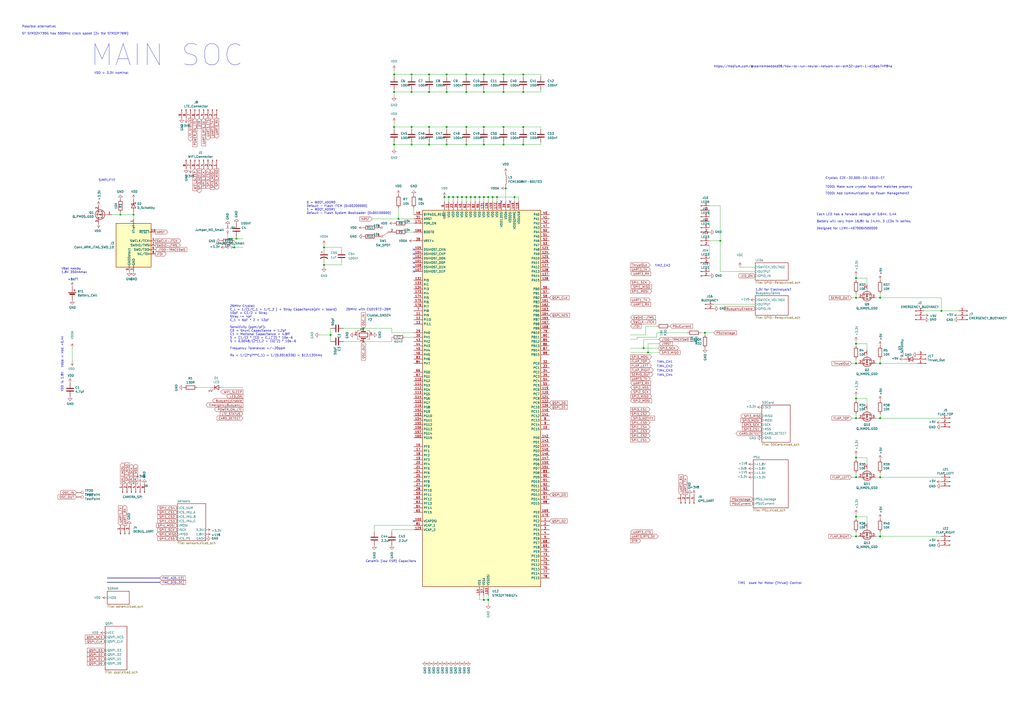
<source format=kicad_sch>
(kicad_sch (version 20230121) (generator eeschema)
  (paper "A2")
  (junction (at 137.16 138.43))
  (junction (at 248.92 43.18))
  (junction (at 496.57 299.72))
  (junction (at 408.94 193.04))
  (junction (at 259.08 83.82))
  (junction (at 187.96 153.67))
  (junction (at 373.38 201.93))
  (junction (at 69.85 124.46))
  (junction (at 259.08 53.34))
  (junction (at 303.53 53.34))
  (junction (at 270.51 83.82))
  (junction (at 270.51 73.66))
  (junction (at 292.1 73.66))
  (junction (at 210.82 198.12))
  (junction (at 262.89 114.3))
  (junction (at 303.53 43.18))
  (junction (at 267.97 114.3))
  (junction (at 259.08 43.18))
  (junction (at 228.6 83.82))
  (junction (at 496.57 311.15))
  (junction (at 259.08 73.66))
  (junction (at 270.51 114.3))
  (junction (at 265.43 114.3))
  (junction (at 510.54 311.15))
  (junction (at 303.53 73.66))
  (junction (at 238.76 73.66))
  (junction (at 280.67 53.34))
  (junction (at 510.54 172.72))
  (junction (at 292.1 53.34))
  (junction (at 280.67 347.98))
  (junction (at 303.53 83.82))
  (junction (at 292.1 83.82))
  (junction (at 280.67 83.82))
  (junction (at 510.54 242.57))
  (junction (at 280.67 43.18))
  (junction (at 496.57 199.39))
  (junction (at 496.57 265.43))
  (junction (at 293.37 109.22))
  (junction (at 510.54 276.86))
  (junction (at 260.35 114.3))
  (junction (at 228.6 43.18))
  (junction (at 187.96 143.51))
  (junction (at 417.83 139.7))
  (junction (at 496.57 276.86))
  (junction (at 275.59 114.3))
  (junction (at 496.57 210.82))
  (junction (at 238.76 53.34))
  (junction (at 546.1 180.34))
  (junction (at 496.57 172.72))
  (junction (at 273.05 114.3))
  (junction (at 283.21 347.98))
  (junction (at 278.13 114.3))
  (junction (at 510.54 210.82))
  (junction (at 228.6 73.66))
  (junction (at 257.81 114.3))
  (junction (at 238.76 43.18))
  (junction (at 238.76 83.82))
  (junction (at 375.92 204.47))
  (junction (at 496.57 242.57))
  (junction (at 283.21 114.3))
  (junction (at 280.67 73.66))
  (junction (at 292.1 43.18))
  (junction (at 285.75 114.3))
  (junction (at 248.92 53.34))
  (junction (at 496.57 231.14))
  (junction (at 298.45 114.3))
  (junction (at 288.29 114.3))
  (junction (at 77.47 124.46))
  (junction (at 248.92 73.66))
  (junction (at 191.77 194.31))
  (junction (at 270.51 43.18))
  (junction (at 280.67 114.3))
  (junction (at 270.51 53.34))
  (junction (at 496.57 161.29))
  (junction (at 231.14 127))
  (junction (at 135.89 143.51))
  (junction (at 248.92 83.82))
  (junction (at 228.6 53.34))
  (junction (at 210.82 190.5))
  (no_connect (at 240.03 144.78))
  (no_connect (at 240.03 154.94))
  (no_connect (at 240.03 149.86))
  (no_connect (at 240.03 152.4))
  (no_connect (at 240.03 302.26))
  (no_connect (at 295.91 116.84))
  (no_connect (at 240.03 157.48))
  (no_connect (at 240.03 147.32))
  (no_connect (at 290.83 116.84))
  (wire (pts (xy 292.1 73.66) (xy 292.1 74.93)))
  (wire (pts (xy 270.51 82.55) (xy 270.51 83.82)))
  (wire (pts (xy 132.08 138.43) (xy 132.08 135.89)))
  (wire (pts (xy 313.69 43.18) (xy 313.69 44.45)))
  (wire (pts (xy 496.57 231.14) (xy 502.92 231.14)))
  (wire (pts (xy 494.03 276.86) (xy 496.57 276.86)))
  (wire (pts (xy 382.27 199.39) (xy 375.92 199.39)))
  (wire (pts (xy 283.21 347.98) (xy 280.67 347.98)))
  (wire (pts (xy 369.57 195.58) (xy 381 195.58)))
  (wire (pts (xy 496.57 172.72) (xy 497.84 172.72)))
  (wire (pts (xy 199.39 190.5) (xy 210.82 190.5)))
  (wire (pts (xy 280.67 347.98) (xy 278.13 347.98)))
  (wire (pts (xy 228.6 52.07) (xy 228.6 53.34)))
  (wire (pts (xy 240.03 120.65) (xy 240.03 124.46)))
  (wire (pts (xy 280.67 73.66) (xy 292.1 73.66)))
  (wire (pts (xy 496.57 274.32) (xy 496.57 276.86)))
  (wire (pts (xy 137.16 138.43) (xy 132.08 138.43)))
  (wire (pts (xy 496.57 298.45) (xy 496.57 299.72)))
  (wire (pts (xy 298.45 114.3) (xy 298.45 116.84)))
  (wire (pts (xy 257.81 114.3) (xy 257.81 116.84)))
  (wire (pts (xy 280.67 43.18) (xy 280.67 44.45)))
  (wire (pts (xy 496.57 276.86) (xy 497.84 276.86)))
  (wire (pts (xy 303.53 83.82) (xy 313.69 83.82)))
  (wire (pts (xy 187.96 143.51) (xy 187.96 144.78)))
  (wire (pts (xy 265.43 114.3) (xy 267.97 114.3)))
  (wire (pts (xy 77.47 123.19) (xy 77.47 124.46)))
  (wire (pts (xy 280.67 82.55) (xy 280.67 83.82)))
  (wire (pts (xy 259.08 53.34) (xy 270.51 53.34)))
  (wire (pts (xy 185.42 194.31) (xy 191.77 194.31)))
  (wire (pts (xy 496.57 311.15) (xy 497.84 311.15)))
  (wire (pts (xy 292.1 52.07) (xy 292.1 53.34)))
  (wire (pts (xy 228.6 73.66) (xy 238.76 73.66)))
  (wire (pts (xy 510.54 210.82) (xy 532.13 210.82)))
  (wire (pts (xy 313.69 83.82) (xy 313.69 82.55)))
  (wire (pts (xy 248.92 43.18) (xy 259.08 43.18)))
  (wire (pts (xy 494.03 210.82) (xy 496.57 210.82)))
  (wire (pts (xy 270.51 43.18) (xy 280.67 43.18)))
  (wire (pts (xy 140.97 138.43) (xy 137.16 138.43)))
  (wire (pts (xy 215.9 127) (xy 231.14 127)))
  (wire (pts (xy 270.51 114.3) (xy 270.51 116.84)))
  (wire (pts (xy 240.03 304.8) (xy 217.17 304.8)))
  (wire (pts (xy 292.1 43.18) (xy 303.53 43.18)))
  (wire (pts (xy 496.57 264.16) (xy 496.57 265.43)))
  (wire (pts (xy 285.75 114.3) (xy 285.75 116.84)))
  (wire (pts (xy 228.6 83.82) (xy 238.76 83.82)))
  (wire (pts (xy 248.92 43.18) (xy 248.92 44.45)))
  (wire (pts (xy 508 210.82) (xy 510.54 210.82)))
  (wire (pts (xy 496.57 161.29) (xy 502.92 161.29)))
  (wire (pts (xy 303.53 73.66) (xy 303.53 74.93)))
  (wire (pts (xy 280.67 53.34) (xy 292.1 53.34)))
  (wire (pts (xy 283.21 347.98) (xy 283.21 350.52)))
  (wire (pts (xy 496.57 210.82) (xy 497.84 210.82)))
  (bus (pts (xy 62.23 335.28) (xy 92.71 335.28)))
  (wire (pts (xy 273.05 114.3) (xy 273.05 116.84)))
  (wire (pts (xy 411.48 121.92) (xy 411.48 125.73)))
  (wire (pts (xy 381 195.58) (xy 381 193.04)))
  (wire (pts (xy 494.03 311.15) (xy 496.57 311.15)))
  (wire (pts (xy 240.03 307.34) (xy 227.33 307.34)))
  (wire (pts (xy 228.6 83.82) (xy 228.6 86.36)))
  (wire (pts (xy 496.57 231.14) (xy 496.57 232.41)))
  (wire (pts (xy 496.57 199.39) (xy 496.57 200.66)))
  (wire (pts (xy 210.82 198.12) (xy 227.33 198.12)))
  (wire (pts (xy 240.03 193.04) (xy 227.33 193.04)))
  (wire (pts (xy 502.92 299.72) (xy 502.92 303.53)))
  (wire (pts (xy 496.57 299.72) (xy 496.57 300.99)))
  (wire (pts (xy 135.89 139.7) (xy 135.89 143.51)))
  (wire (pts (xy 69.85 124.46) (xy 64.77 124.46)))
  (wire (pts (xy 280.67 43.18) (xy 292.1 43.18)))
  (wire (pts (xy 248.92 52.07) (xy 248.92 53.34)))
  (wire (pts (xy 283.21 114.3) (xy 285.75 114.3)))
  (wire (pts (xy 191.77 198.12) (xy 191.77 194.31)))
  (wire (pts (xy 510.54 311.15) (xy 546.1 311.15)))
  (wire (pts (xy 236.22 134.62) (xy 240.03 134.62)))
  (wire (pts (xy 365.76 201.93) (xy 373.38 201.93)))
  (wire (pts (xy 496.57 161.29) (xy 496.57 162.56)))
  (wire (pts (xy 228.6 40.64) (xy 228.6 43.18)))
  (wire (pts (xy 187.96 142.24) (xy 187.96 143.51)))
  (wire (pts (xy 187.96 153.67) (xy 187.96 154.94)))
  (wire (pts (xy 238.76 52.07) (xy 238.76 53.34)))
  (wire (pts (xy 228.6 43.18) (xy 238.76 43.18)))
  (wire (pts (xy 238.76 43.18) (xy 238.76 44.45)))
  (wire (pts (xy 292.1 73.66) (xy 303.53 73.66)))
  (wire (pts (xy 303.53 43.18) (xy 303.53 44.45)))
  (wire (pts (xy 546.1 180.34) (xy 556.26 180.34)))
  (wire (pts (xy 510.54 170.18) (xy 510.54 172.72)))
  (wire (pts (xy 275.59 114.3) (xy 275.59 116.84)))
  (wire (pts (xy 270.51 73.66) (xy 280.67 73.66)))
  (wire (pts (xy 217.17 304.8) (xy 217.17 308.61)))
  (wire (pts (xy 288.29 114.3) (xy 298.45 114.3)))
  (wire (pts (xy 365.76 194.31) (xy 374.65 194.31)))
  (wire (pts (xy 187.96 143.51) (xy 198.12 143.51)))
  (wire (pts (xy 278.13 114.3) (xy 278.13 116.84)))
  (wire (pts (xy 502.92 231.14) (xy 502.92 234.95)))
  (wire (pts (xy 508 172.72) (xy 510.54 172.72)))
  (wire (pts (xy 496.57 229.87) (xy 496.57 231.14)))
  (wire (pts (xy 270.51 73.66) (xy 270.51 74.93)))
  (wire (pts (xy 381 189.23) (xy 374.65 189.23)))
  (wire (pts (xy 121.92 224.79) (xy 114.3 224.79)))
  (wire (pts (xy 187.96 152.4) (xy 187.96 153.67)))
  (wire (pts (xy 228.6 53.34) (xy 228.6 55.88)))
  (wire (pts (xy 280.67 83.82) (xy 292.1 83.82)))
  (wire (pts (xy 259.08 43.18) (xy 270.51 43.18)))
  (wire (pts (xy 137.16 138.43) (xy 137.16 137.16)))
  (wire (pts (xy 411.48 119.38) (xy 417.83 119.38)))
  (wire (pts (xy 280.67 73.66) (xy 280.67 74.93)))
  (wire (pts (xy 270.51 53.34) (xy 280.67 53.34)))
  (wire (pts (xy 259.08 82.55) (xy 259.08 83.82)))
  (wire (pts (xy 259.08 52.07) (xy 259.08 53.34)))
  (wire (pts (xy 502.92 161.29) (xy 502.92 165.1)))
  (wire (pts (xy 300.99 114.3) (xy 300.99 116.84)))
  (wire (pts (xy 496.57 265.43) (xy 502.92 265.43)))
  (wire (pts (xy 259.08 73.66) (xy 259.08 74.93)))
  (wire (pts (xy 231.14 127) (xy 240.03 127)))
  (wire (pts (xy 508 276.86) (xy 510.54 276.86)))
  (wire (pts (xy 140.97 224.79) (xy 129.54 224.79)))
  (wire (pts (xy 417.83 139.7) (xy 417.83 157.48)))
  (wire (pts (xy 260.35 114.3) (xy 262.89 114.3)))
  (wire (pts (xy 248.92 53.34) (xy 259.08 53.34)))
  (wire (pts (xy 228.6 73.66) (xy 228.6 74.93)))
  (wire (pts (xy 69.85 123.19) (xy 69.85 124.46)))
  (wire (pts (xy 496.57 240.03) (xy 496.57 242.57)))
  (wire (pts (xy 313.69 73.66) (xy 313.69 74.93)))
  (wire (pts (xy 373.38 196.85) (xy 373.38 201.93)))
  (wire (pts (xy 408.94 193.04) (xy 408.94 194.31)))
  (wire (pts (xy 236.22 129.54) (xy 240.03 129.54)))
  (wire (pts (xy 406.4 193.04) (xy 408.94 193.04)))
  (wire (pts (xy 191.77 194.31) (xy 191.77 190.5)))
  (wire (pts (xy 502.92 265.43) (xy 502.92 269.24)))
  (wire (pts (xy 259.08 43.18) (xy 259.08 44.45)))
  (wire (pts (xy 381 193.04) (xy 398.78 193.04)))
  (wire (pts (xy 417.83 119.38) (xy 417.83 139.7)))
  (wire (pts (xy 234.95 195.58) (xy 240.03 195.58)))
  (wire (pts (xy 502.92 199.39) (xy 502.92 203.2)))
  (wire (pts (xy 259.08 83.82) (xy 270.51 83.82)))
  (wire (pts (xy 313.69 53.34) (xy 313.69 52.07)))
  (wire (pts (xy 369.57 196.85) (xy 369.57 195.58)))
  (wire (pts (xy 373.38 201.93) (xy 382.27 201.93)))
  (wire (pts (xy 411.48 142.24) (xy 411.48 149.86)))
  (wire (pts (xy 496.57 242.57) (xy 497.84 242.57)))
  (wire (pts (xy 228.6 82.55) (xy 228.6 83.82)))
  (wire (pts (xy 238.76 73.66) (xy 248.92 73.66)))
  (wire (pts (xy 411.48 152.4) (xy 411.48 157.48)))
  (wire (pts (xy 292.1 82.55) (xy 292.1 83.82)))
  (wire (pts (xy 508 242.57) (xy 510.54 242.57)))
  (wire (pts (xy 303.53 43.18) (xy 313.69 43.18)))
  (wire (pts (xy 227.33 195.58) (xy 227.33 198.12)))
  (wire (pts (xy 257.81 114.3) (xy 260.35 114.3)))
  (wire (pts (xy 270.51 114.3) (xy 273.05 114.3)))
  (wire (pts (xy 438.15 176.53) (xy 414.02 176.53)))
  (wire (pts (xy 510.54 208.28) (xy 510.54 210.82)))
  (wire (pts (xy 510.54 308.61) (xy 510.54 311.15)))
  (wire (pts (xy 375.92 199.39) (xy 375.92 204.47)))
  (wire (pts (xy 303.53 53.34) (xy 313.69 53.34)))
  (wire (pts (xy 198.12 153.67) (xy 198.12 152.4)))
  (wire (pts (xy 496.57 208.28) (xy 496.57 210.82)))
  (wire (pts (xy 270.51 52.07) (xy 270.51 53.34)))
  (wire (pts (xy 265.43 114.3) (xy 265.43 116.84)))
  (wire (pts (xy 496.57 170.18) (xy 496.57 172.72)))
  (wire (pts (xy 187.96 153.67) (xy 198.12 153.67)))
  (wire (pts (xy 496.57 160.02) (xy 496.57 161.29)))
  (wire (pts (xy 238.76 53.34) (xy 248.92 53.34)))
  (wire (pts (xy 231.14 120.65) (xy 231.14 127)))
  (wire (pts (xy 248.92 73.66) (xy 259.08 73.66)))
  (wire (pts (xy 298.45 114.3) (xy 300.99 114.3)))
  (wire (pts (xy 510.54 276.86) (xy 546.1 276.86)))
  (wire (pts (xy 375.92 204.47) (xy 382.27 204.47)))
  (wire (pts (xy 365.76 196.85) (xy 369.57 196.85)))
  (wire (pts (xy 248.92 82.55) (xy 248.92 83.82)))
  (wire (pts (xy 382.27 196.85) (xy 373.38 196.85)))
  (wire (pts (xy 270.51 83.82) (xy 280.67 83.82)))
  (wire (pts (xy 510.54 240.03) (xy 510.54 242.57)))
  (wire (pts (xy 535.94 180.34) (xy 546.1 180.34)))
  (wire (pts (xy 411.48 128.27) (xy 411.48 132.08)))
  (wire (pts (xy 280.67 52.07) (xy 280.67 53.34)))
  (wire (pts (xy 275.59 114.3) (xy 278.13 114.3)))
  (wire (pts (xy 262.89 114.3) (xy 265.43 114.3)))
  (wire (pts (xy 227.33 193.04) (xy 227.33 190.5)))
  (bus (pts (xy 62.23 337.82) (xy 92.71 337.82)))
  (wire (pts (xy 227.33 307.34) (xy 227.33 308.61)))
  (wire (pts (xy 494.03 242.57) (xy 496.57 242.57)))
  (wire (pts (xy 41.91 201.93) (xy 41.91 209.55)))
  (wire (pts (xy 496.57 308.61) (xy 496.57 311.15)))
  (wire (pts (xy 228.6 43.18) (xy 228.6 44.45)))
  (wire (pts (xy 199.39 198.12) (xy 210.82 198.12)))
  (wire (pts (xy 198.12 143.51) (xy 198.12 144.78)))
  (wire (pts (xy 280.67 114.3) (xy 280.67 116.84)))
  (wire (pts (xy 238.76 43.18) (xy 248.92 43.18)))
  (wire (pts (xy 270.51 43.18) (xy 270.51 44.45)))
  (wire (pts (xy 238.76 82.55) (xy 238.76 83.82)))
  (wire (pts (xy 292.1 83.82) (xy 303.53 83.82)))
  (wire (pts (xy 260.35 114.3) (xy 260.35 116.84)))
  (wire (pts (xy 374.65 189.23) (xy 374.65 194.31)))
  (wire (pts (xy 496.57 199.39) (xy 502.92 199.39)))
  (wire (pts (xy 77.47 124.46) (xy 77.47 127)))
  (wire (pts (xy 210.82 190.5) (xy 227.33 190.5)))
  (wire (pts (xy 496.57 265.43) (xy 496.57 266.7)))
  (wire (pts (xy 283.21 345.44) (xy 283.21 347.98)))
  (wire (pts (xy 546.1 172.72) (xy 546.1 180.34)))
  (wire (pts (xy 248.92 73.66) (xy 248.92 74.93)))
  (wire (pts (xy 510.54 172.72) (xy 546.1 172.72)))
  (wire (pts (xy 285.75 114.3) (xy 288.29 114.3)))
  (wire (pts (xy 77.47 124.46) (xy 69.85 124.46)))
  (wire (pts (xy 510.54 242.57) (xy 546.1 242.57)))
  (wire (pts (xy 278.13 347.98) (xy 278.13 345.44)))
  (wire (pts (xy 238.76 73.66) (xy 238.76 74.93)))
  (wire (pts (xy 248.92 83.82) (xy 259.08 83.82)))
  (wire (pts (xy 259.08 73.66) (xy 270.51 73.66)))
  (wire (pts (xy 303.53 82.55) (xy 303.53 83.82)))
  (wire (pts (xy 496.57 198.12) (xy 496.57 199.39)))
  (wire (pts (xy 267.97 114.3) (xy 270.51 114.3)))
  (wire (pts (xy 438.15 157.48) (xy 417.83 157.48)))
  (wire (pts (xy 303.53 52.07) (xy 303.53 53.34)))
  (wire (pts (xy 303.53 73.66) (xy 313.69 73.66)))
  (wire (pts (xy 267.97 114.3) (xy 267.97 116.84)))
  (wire (pts (xy 278.13 114.3) (xy 280.67 114.3)))
  (wire (pts (xy 228.6 71.12) (xy 228.6 73.66)))
  (wire (pts (xy 365.76 204.47) (xy 375.92 204.47)))
  (wire (pts (xy 283.21 114.3) (xy 283.21 116.84)))
  (wire (pts (xy 288.29 114.3) (xy 288.29 116.84)))
  (wire (pts (xy 238.76 83.82) (xy 248.92 83.82)))
  (wire (pts (xy 280.67 347.98) (xy 280.67 345.44)))
  (wire (pts (xy 411.48 139.7) (xy 417.83 139.7)))
  (wire (pts (xy 292.1 53.34) (xy 303.53 53.34)))
  (wire (pts (xy 228.6 53.34) (xy 238.76 53.34)))
  (wire (pts (xy 408.94 193.04) (xy 414.02 193.04)))
  (wire (pts (xy 273.05 114.3) (xy 275.59 114.3)))
  (wire (pts (xy 494.03 172.72) (xy 496.57 172.72)))
  (wire (pts (xy 429.26 154.94) (xy 438.15 154.94)))
  (wire (pts (xy 135.89 143.51) (xy 140.97 143.51)))
  (wire (pts (xy 292.1 43.18) (xy 292.1 44.45)))
  (wire (pts (xy 496.57 299.72) (xy 502.92 299.72)))
  (wire (pts (xy 293.37 109.22) (xy 293.37 116.84)))
  (wire (pts (xy 280.67 114.3) (xy 283.21 114.3)))
  (wire (pts (xy 293.37 107.95) (xy 293.37 109.22)))
  (wire (pts (xy 262.89 114.3) (xy 262.89 116.84)))
  (wire (pts (xy 508 311.15) (xy 510.54 311.15)))
  (wire (pts (xy 510.54 274.32) (xy 510.54 276.86)))
  (text "26MHz with CG01972-26M" (at 200.66 180.34 0) (effects (font (size 1.27 1.27)) (justify left bottom)))
  (text "VDD = 3.3V nominal" (at 54.61 43.18 0) (effects (font (size 1.27 1.27)) (justify left bottom)))
  (text "0 = BOOT_ADDR0\nDefault - Flash ITCM (0x00200000)\n1 = BOOT_ADDR1\nDefault - Flash System Bootloader (0x00100000)" (at 177.8 124.46 0) (effects (font (size 1.27 1.27)) (justify left bottom)))
  (text "SIMPLIFY?" (at 57.15 105.41 0) (effects (font (size 1.27 1.27)) (justify left bottom)))
  (text "TODO: Make sure crystal footprint matches properly" (at 478.79 109.22 0) (effects (font (size 1.27 1.27)) (justify left bottom)))
  (text "MAIN SOC" (at 52.07 39.37 0) (effects (font (size 12.27 12.27)) (justify left bottom)))
  (text "Vdda < Vdd +0.4V" (at 36.83 213.36 90) (effects (font (size 1.27 1.27)) (justify left bottom)))
  (text "VDD is 1.8V" (at 36.83 227.33 90) (effects (font (size 1.27 1.27)) (justify left bottom)))
  (text "Possible alternative:\n\nST STM32H735G has 550MHz clock speed (2x the STM32F769I)" (at 12.7 20.32 0) (effects (font (size 1.27 1.27)) (justify left bottom)))
  (text "TIM4_CH1" (at 381 210.82 0) (effects (font (size 1.27 1.27)) (justify left bottom)))
  (text "26MHz Crystal:\nC_L = 1/(1/C_1 + 1/C_2 ) + Stray Capacitance(pin + board)\n10pF = C1/2 + Stray\nStray ~= 4pF\nC_1 = 6pF * 2 = 12pF\n\nSensitivity (ppm/pF):\nC0 = Shunt Capacitance = 1.2pF\nC1 = Motional Capacitance = 4.8fF\nS = C1/(2 * [C0 + C_L]^2) * 10e-6\nS = 0.0048/(2*[1.2 + 10]^2) * 10e-6\n\nFrequency Tolerance: +/-20ppm\n\nRs = 1/(2*pi*f*C_1) = 1/(0.0016336) = 612.13Ohms\n" (at 133.35 207.01 0) (effects (font (size 1.27 1.27)) (justify left bottom)))
  (text "VBat needs:\n1.8V 350nAmax" (at 35.56 158.75 0) (effects (font (size 1.27 1.27)) (justify left bottom)))
  (text "TIM1  Used for Motor (Thrust) Control" (at 427.99 339.09 0) (effects (font (size 1.27 1.27)) (justify left bottom)))
  (text "1.3V for Electrolysis?" (at 438.15 168.91 0) (effects (font (size 1.27 1.27)) (justify left bottom)))
  (text "TIM4_CH2" (at 381 213.36 0) (effects (font (size 1.27 1.27)) (justify left bottom)))
  (text "Ceramic (low ESR) Capacitors" (at 212.09 326.39 0) (effects (font (size 1.27 1.27)) (justify left bottom)))
  (text "https://medium.com/@learnembedded08/how-to-run-neural-network-on-stm32-part-1-e16ab74ff84a" (at 414.02 39.37 0) (effects (font (size 1.27 1.27)) (justify left bottom)))
  (text "Crystal: C2E-32.000-10-1010-CT" (at 478.79 104.14 0) (effects (font (size 1.27 1.27)) (justify left bottom)))
  (text "TIM4_CH4" (at 381 218.44 0) (effects (font (size 1.27 1.27)) (justify left bottom)))
  (text "Each LED has a forward voltage of 5.64V, 1.4A\n\nBattery will vary from 16.8V to 14.4V. 3 LEDs in series.\n\nDesigned for L1MX-407006V500000" (at 473.71 133.35 0) (effects (font (size 1.27 1.27)) (justify left bottom)))
  (text "TIM2_CH2" (at 379.73 154.94 0) (effects (font (size 1.27 1.27)) (justify left bottom)))
  (text "TODO: Add communication to Power Management?" (at 478.79 113.03 0) (effects (font (size 1.27 1.27)) (justify left bottom)))
  (text "TIM4_CH3" (at 381 215.9 0) (effects (font (size 1.27 1.27)) (justify left bottom)))
  (global_label "QSPI_NCS" (shape input) (at 318.77 182.88 0) (property "Intersheetrefs" "${INTERSHEET_REFS}" (effects hide)))
  (global_label "SPI1_MOSI" (shape input) (at 102.87 304.8 180) (property "Intersheetrefs" "${INTERSHEET_REFS}" (effects hide)))
  (global_label "OSC_IN" (shape input) (at 210.82 190.5 90) (property "Intersheetrefs" "${INTERSHEET_REFS}" (effects hide)))
  (global_label "SERVO_OUT" (shape output) (at 365.76 217.17 0) (property "Intersheetrefs" "${INTERSHEET_REFS}" (effects hide)))
  (global_label "SPI2_SCK" (shape input) (at 365.76 227.33 0) (property "Intersheetrefs" "${INTERSHEET_REFS}" (effects hide)))
  (global_label "QSPI_CLK" (shape input) (at 60.96 372.11 180) (property "Intersheetrefs" "${INTERSHEET_REFS}" (effects hide)))
  (global_label "QSPI_D0" (shape input) (at 60.96 384.81 180) (property "Intersheetrefs" "${INTERSHEET_REFS}" (effects hide)))
  (global_label "QSPI_CLK" (shape input) (at 318.77 172.72 0) (property "Intersheetrefs" "${INTERSHEET_REFS}" (effects hide)))
  (global_label "UART2_RX" (shape input) (at 394.97 287.02 90) (property "Intersheetrefs" "${INTERSHEET_REFS}" (effects hide)))
  (global_label "BuoyancyEnable" (shape output) (at 140.97 232.41 180) (property "Intersheetrefs" "${INTERSHEET_REFS}" (effects hide)))
  (global_label "FLAP_RIGHT" (shape output) (at 365.76 214.63 0) (property "Intersheetrefs" "${INTERSHEET_REFS}" (effects hide)))
  (global_label "UART3_RTS_DE" (shape input) (at 118.11 68.58 270) (property "Intersheetrefs" "${INTERSHEET_REFS}" (effects hide)))
  (global_label "PSUCurrent" (shape input) (at 388.62 189.23 0) (property "Intersheetrefs" "${INTERSHEET_REFS}" (effects hide)))
  (global_label "ThrustOut" (shape input) (at 494.03 210.82 180) (property "Intersheetrefs" "${INTERSHEET_REFS}" (effects hide)))
  (global_label "NRST" (shape input) (at 215.9 127 180) (property "Intersheetrefs" "${INTERSHEET_REFS}" (effects hide)))
  (global_label "QSPI_D0" (shape input) (at 318.77 233.68 0) (property "Intersheetrefs" "${INTERSHEET_REFS}" (effects hide)))
  (global_label "OSC_OUT" (shape input) (at 44.45 288.29 180) (property "Intersheetrefs" "${INTERSHEET_REFS}" (effects hide)))
  (global_label "SPI3_MISO" (shape input) (at 382.27 204.47 0) (property "Intersheetrefs" "${INTERSHEET_REFS}" (effects hide)))
  (global_label "OSC_IN" (shape input) (at 44.45 285.75 180) (property "Intersheetrefs" "${INTERSHEET_REFS}" (effects hide)))
  (global_label "SPI2_MISO" (shape output) (at 365.76 229.87 0) (property "Intersheetrefs" "${INTERSHEET_REFS}" (effects hide)))
  (global_label "SPI1_CS4" (shape input) (at 102.87 294.64 180) (property "Intersheetrefs" "${INTERSHEET_REFS}" (effects hide)))
  (global_label "FLAP_LEFT" (shape output) (at 365.76 212.09 0) (property "Intersheetrefs" "${INTERSHEET_REFS}" (effects hide)))
  (global_label "SPI2_MOSI" (shape output) (at 71.12 280.67 90) (property "Intersheetrefs" "${INTERSHEET_REFS}" (effects hide)))
  (global_label "FLAP_TOP" (shape input) (at 494.03 242.57 180) (property "Intersheetrefs" "${INTERSHEET_REFS}" (effects hide)))
  (global_label "JTRST" (shape input) (at 382.27 199.39 0) (property "Intersheetrefs" "${INTERSHEET_REFS}" (effects hide)))
  (global_label "SPI1_CS2" (shape input) (at 102.87 299.72 180) (property "Intersheetrefs" "${INTERSHEET_REFS}" (effects hide)))
  (global_label "FLAP_LEFT" (shape input) (at 494.03 276.86 180) (property "Intersheetrefs" "${INTERSHEET_REFS}" (effects hide)))
  (global_label "JTDI" (shape input) (at 365.76 189.23 0) (property "Intersheetrefs" "${INTERSHEET_REFS}" (effects hide)))
  (global_label "JTDO-TRACESWO" (shape input) (at 382.27 196.85 0) (property "Intersheetrefs" "${INTERSHEET_REFS}" (effects hide)))
  (global_label "JTDO-TRACESWO" (shape input) (at 90.17 144.78 0) (property "Intersheetrefs" "${INTERSHEET_REFS}" (effects hide)))
  (global_label "OSC_OUT" (shape input) (at 210.82 198.12 270) (property "Intersheetrefs" "${INTERSHEET_REFS}" (effects hide)))
  (global_label "SPI1_CS1" (shape output) (at 365.76 255.27 0) (property "Intersheetrefs" "${INTERSHEET_REFS}" (effects hide)))
  (global_label "FMC_A[0..12]" (shape input) (at 92.71 335.28 0) (property "Intersheetrefs" "${INTERSHEET_REFS}" (effects hide)))
  (global_label "SPI3_CS1" (shape output) (at 365.76 237.49 0) (property "Intersheetrefs" "${INTERSHEET_REFS}" (effects hide)))
  (global_label "BuoyancyEnable" (shape input) (at 438.15 179.07 180) (property "Intersheetrefs" "${INTERSHEET_REFS}" (effects hide)))
  (global_label "WIFI_SLEEP" (shape input) (at 113.03 97.79 270) (property "Intersheetrefs" "${INTERSHEET_REFS}" (effects hide)))
  (global_label "SPI2_NSS" (shape input) (at 365.76 224.79 0) (property "Intersheetrefs" "${INTERSHEET_REFS}" (effects hide)))
  (global_label "QSPI_D1" (shape input) (at 318.77 236.22 0) (property "Intersheetrefs" "${INTERSHEET_REFS}" (effects hide)))
  (global_label "UART3_CTS" (shape output) (at 120.65 68.58 270) (property "Intersheetrefs" "${INTERSHEET_REFS}" (effects hide)))
  (global_label "UART2_TX" (shape output) (at 365.76 156.21 0) (property "Intersheetrefs" "${INTERSHEET_REFS}" (effects hide)))
  (global_label "LED_ON" (shape output) (at 140.97 229.87 180) (property "Intersheetrefs" "${INTERSHEET_REFS}" (effects hide)))
  (global_label "SPI3_CS2" (shape output) (at 365.76 240.03 0) (property "Intersheetrefs" "${INTERSHEET_REFS}" (effects hide)))
  (global_label "UART1_RX" (shape input) (at 365.76 176.53 0) (property "Intersheetrefs" "${INTERSHEET_REFS}" (effects hide)))
  (global_label "SPI3_NOTIFY" (shape input) (at 365.76 242.57 0) (property "Intersheetrefs" "${INTERSHEET_REFS}" (effects hide)))
  (global_label "SWDIO-JTMS" (shape output) (at 90.17 142.24 0) (property "Intersheetrefs" "${INTERSHEET_REFS}" (effects hide)))
  (global_label "LTE_STATUS" (shape output) (at 110.49 68.58 270) (property "Intersheetrefs" "${INTERSHEET_REFS}" (effects hide)))
  (global_label "SPI3_MOSI" (shape input) (at 123.19 97.79 270) (property "Intersheetrefs" "${INTERSHEET_REFS}" (effects hide)))
  (global_label "SWDIO-JTMS" (shape input) (at 365.76 184.15 0) (property "Intersheetrefs" "${INTERSHEET_REFS}" (effects hide)))
  (global_label "LTE_STATUS" (shape input) (at 140.97 240.03 180) (property "Intersheetrefs" "${INTERSHEET_REFS}" (effects hide)))
  (global_label "SPI1_CS1" (shape input) (at 102.87 297.18 180) (property "Intersheetrefs" "${INTERSHEET_REFS}" (effects hide)))
  (global_label "SPI3_CS1" (shape input) (at 441.96 248.92 180) (property "Intersheetrefs" "${INTERSHEET_REFS}" (effects hide)))
  (global_label "POWER_ON_LTE" (shape output) (at 140.97 237.49 180) (property "Intersheetrefs" "${INTERSHEET_REFS}" (effects hide)))
  (global_label "SPI3_SCK" (shape input) (at 118.11 97.79 270) (property "Intersheetrefs" "${INTERSHEET_REFS}" (effects hide)))
  (global_label "SPI3_CS2" (shape input) (at 120.65 97.79 270) (property "Intersheetrefs" "${INTERSHEET_REFS}" (effects hide)))
  (global_label "SPI3_NOTIFY" (shape output) (at 115.57 97.79 270) (property "Intersheetrefs" "${INTERSHEET_REFS}" (effects hide)))
  (global_label "SPI2_SCK" (shape output) (at 76.2 280.67 90) (property "Intersheetrefs" "${INTERSHEET_REFS}" (effects hide)))
  (global_label "QSPI_D2" (shape input) (at 60.96 379.73 180) (property "Intersheetrefs" "${INTERSHEET_REFS}" (effects hide)))
  (global_label "SPI1_MOSI" (shape output) (at 365.76 168.91 0) (property "Intersheetrefs" "${INTERSHEET_REFS}" (effects hide)))
  (global_label "FLAP_TOP" (shape output) (at 365.76 209.55 0) (property "Intersheetrefs" "${INTERSHEET_REFS}" (effects hide)))
  (global_label "SPI1_SCK" (shape output) (at 365.76 163.83 0) (property "Intersheetrefs" "${INTERSHEET_REFS}" (effects hide)))
  (global_label "FLAP_RIGHT" (shape input) (at 494.03 311.15 180) (property "Intersheetrefs" "${INTERSHEET_REFS}" (effects hide)))
  (global_label "SPI2_MISO" (shape input) (at 73.66 280.67 90) (property "Intersheetrefs" "${INTERSHEET_REFS}" (effects hide)))
  (global_label "SPI1_CS2" (shape output) (at 365.76 252.73 0) (property "Intersheetrefs" "${INTERSHEET_REFS}" (effects hide)))
  (global_label "PSUVoltage" (shape input) (at 436.88 289.56 180) (property "Intersheetrefs" "${INTERSHEET_REFS}" (effects hide)))
  (global_label "POWER_ON_LTE" (shape input) (at 113.03 68.58 270) (property "Intersheetrefs" "${INTERSHEET_REFS}" (effects hide)))
  (global_label "EmergencyBuoyancy" (shape output) (at 140.97 234.95 180) (property "Intersheetrefs" "${INTERSHEET_REFS}" (effects hide)))
  (global_label "SPI1_CS3" (shape input) (at 102.87 302.26 180) (property "Intersheetrefs" "${INTERSHEET_REFS}" (effects hide)))
  (global_label "UART2_RX" (shape input) (at 365.76 158.75 0) (property "Intersheetrefs" "${INTERSHEET_REFS}" (effects hide)))
  (global_label "SPI1_MISO" (shape output) (at 102.87 309.88 180) (property "Intersheetrefs" "${INTERSHEET_REFS}" (effects hide)))
  (global_label "SPI3_SCK" (shape output) (at 382.27 201.93 0) (property "Intersheetrefs" "${INTERSHEET_REFS}" (effects hide)))
  (global_label "NRST" (shape output) (at 90.17 134.62 0) (property "Intersheetrefs" "${INTERSHEET_REFS}" (effects hide)))
  (global_label "UART1_TX" (shape input) (at 69.85 304.8 90) (property "Intersheetrefs" "${INTERSHEET_REFS}" (effects hide)))
  (global_label "QSPI_D3" (shape input) (at 318.77 287.02 0) (property "Intersheetrefs" "${INTERSHEET_REFS}" (effects hide)))
  (global_label "SPI2_NSS" (shape output) (at 78.74 280.67 90) (property "Intersheetrefs" "${INTERSHEET_REFS}" (effects hide)))
  (global_label "WIFI_SLEEP" (shape output) (at 140.97 227.33 180) (property "Intersheetrefs" "${INTERSHEET_REFS}" (effects hide)))
  (global_label "PSUCurrent" (shape input) (at 436.88 292.1 180) (property "Intersheetrefs" "${INTERSHEET_REFS}" (effects hide)))
  (global_label "SPI1_SCK" (shape input) (at 102.87 307.34 180) (property "Intersheetrefs" "${INTERSHEET_REFS}" (effects hide)))
  (global_label "SWCLK-JTCK" (shape input) (at 365.76 186.69 0) (property "Intersheetrefs" "${INTERSHEET_REFS}" (effects hide)))
  (global_label "UART1_RX" (shape output) (at 72.39 304.8 90) (property "Intersheetrefs" "${INTERSHEET_REFS}" (effects hide)))
  (global_label "QSPI_D1" (shape input) (at 60.96 382.27 180) (property "Intersheetrefs" "${INTERSHEET_REFS}" (effects hide)))
  (global_label "UART3_TX" (shape input) (at 123.19 68.58 270) (property "Intersheetrefs" "${INTERSHEET_REFS}" (effects hide)))
  (global_label "SPI1_CS5" (shape output) (at 365.76 245.11 0) (property "Intersheetrefs" "${INTERSHEET_REFS}" (effects hide)))
  (global_label "SPI3_MISO" (shape output) (at 125.73 97.79 270) (property "Intersheetrefs" "${INTERSHEET_REFS}" (effects hide)))
  (global_label "QSPI_NCS" (shape input) (at 60.96 369.57 180) (property "Intersheetrefs" "${INTERSHEET_REFS}" (effects hide)))
  (global_label "CARD_DETECT" (shape input) (at 140.97 242.57 180) (property "Intersheetrefs" "${INTERSHEET_REFS}" (effects hide)))
  (global_label "SERVO_OUT" (shape input) (at 494.03 172.72 180) (property "Intersheetrefs" "${INTERSHEET_REFS}" (effects hide)))
  (global_label "UART3_RTS_DE" (shape output) (at 365.76 311.15 0) (property "Intersheetrefs" "${INTERSHEET_REFS}" (effects hide)))
  (global_label "UART3_RX" (shape output) (at 125.73 68.58 270) (property "Intersheetrefs" "${INTERSHEET_REFS}" (effects hide)))
  (global_label "DTR" (shape input) (at 115.57 68.58 270) (property "Intersheetrefs" "${INTERSHEET_REFS}" (effects hide)))
  (global_label "UART3_RX" (shape input) (at 365.76 222.25 0) (property "Intersheetrefs" "${INTERSHEET_REFS}" (effects hide)))
  (global_label "SPI1_CS5" (shape input) (at 102.87 312.42 180) (property "Intersheetrefs" "${INTERSHEET_REFS}" (effects hide)))
  (global_label "SPI1_CS4" (shape output) (at 365.76 247.65 0) (property "Intersheetrefs" "${INTERSHEET_REFS}" (effects hide)))
  (global_label "SPI2_MOSI" (shape input) (at 365.76 232.41 0) (property "Intersheetrefs" "${INTERSHEET_REFS}" (effects hide)))
  (global_label "SPI1_CS3" (shape output) (at 365.76 250.19 0) (property "Intersheetrefs" "${INTERSHEET_REFS}" (effects hide)))
  (global_label "QSPI_D2" (shape input) (at 318.77 302.26 0) (property "Intersheetrefs" "${INTERSHEET_REFS}" (effects hide)))
  (global_label "JTDI" (shape output) (at 90.17 147.32 0) (property "Intersheetrefs" "${INTERSHEET_REFS}" (effects hide)))
  (global_label "SPI3_MISO" (shape output) (at 441.96 241.3 180) (property "Intersheetrefs" "${INTERSHEET_REFS}" (effects hide)))
  (global_label "DTR" (shape output) (at 365.76 313.69 0) (property "Intersheetrefs" "${INTERSHEET_REFS}" (effects hide)))
  (global_label "ThrustOut" (shape output) (at 365.76 153.67 0) (property "Intersheetrefs" "${INTERSHEET_REFS}" (effects hide)))
  (global_label "QSPI_D3" (shape input) (at 60.96 377.19 180) (property "Intersheetrefs" "${INTERSHEET_REFS}" (effects hide)))
  (global_label "UART3_CTS" (shape input) (at 365.76 308.61 0) (property "Intersheetrefs" "${INTERSHEET_REFS}" (effects hide)))
  (global_label "SWCLK-JTCK" (shape output) (at 90.17 139.7 0) (property "Intersheetrefs" "${INTERSHEET_REFS}" (effects hide)))
  (global_label "FMC_D[0..31]" (shape input) (at 92.71 337.82 0) (property "Intersheetrefs" "${INTERSHEET_REFS}" (effects hide)))
  (global_label "SPI3_MOSI" (shape output) (at 365.76 207.01 0) (property "Intersheetrefs" "${INTERSHEET_REFS}" (effects hide)))
  (global_label "CARD_DETECT" (shape output) (at 441.96 251.46 180) (property "Intersheetrefs" "${INTERSHEET_REFS}" (effects hide)))
  (global_label "PSUVoltage" (shape input) (at 414.02 193.04 0) (property "Intersheetrefs" "${INTERSHEET_REFS}" (effects hide)))
  (global_label "UART2_TX" (shape output) (at 397.51 287.02 90) (property "Intersheetrefs" "${INTERSHEET_REFS}" (effects hide)))
  (global_label "SPI3_MOSI" (shape input) (at 441.96 243.84 180) (property "Intersheetrefs" "${INTERSHEET_REFS}" (effects hide)))
  (global_label "UART3_TX" (shape output) (at 365.76 219.71 0) (property "Intersheetrefs" "${INTERSHEET_REFS}" (effects hide)))
  (global_label "LED_ON" (shape input) (at 438.15 160.02 180) (property "Intersheetrefs" "${INTERSHEET_REFS}" (effects hide)))
  (global_label "UART1_TX" (shape output) (at 365.76 173.99 0) (property "Intersheetrefs" "${INTERSHEET_REFS}" (effects hide)))
  (global_label "SPI3_SCK" (shape input) (at 441.96 246.38 180) (property "Intersheetrefs" "${INTERSHEET_REFS}" (effects hide)))
  (global_label "SPI1_MISO" (shape input) (at 365.76 166.37 0) (property "Intersheetrefs" "${INTERSHEET_REFS}" (effects hide)))
  (symbol (lib_id "power:GND") (at 40.64 229.87 0) (unit 1)
    (property "Reference" "#PWR0105" (effects hide))
    (property "Value" "GND" (at 40.767 234.2642 0))
  )
  (symbol (lib_id "Device:C") (at 40.64 226.06 0) (unit 1)
    (property "Reference" "C1" (at 43.561 224.8916 0) (effects (justify left)))
    (property "Value" "4.7uF" (at 43.561 227.203 0) (effects (justify left)))
    (property "Footprint" "Capacitor_SMD:C_0603_1608Metric_Pad1.08x0.95mm_HandSolder" (effects hide))
  )
  (symbol (lib_id "power:VDD") (at 40.64 222.25 0) (unit 1)
    (property "Reference" "#PWR0106" (effects hide))
    (property "Value" "VDD" (at 41.0718 217.8558 0))
  )
  (symbol (lib_id "power:VDDA") (at 41.91 201.93 0) (unit 1)
    (property "Reference" "#PWR0145" (effects hide))
    (property "Value" "VDDA" (at 41.91 196.85 90) (effects (justify left)))
  )
  (symbol (lib_id "power:VDD") (at 41.91 209.55 180) (unit 1)
    (property "Reference" "#PWR0146" (effects hide))
    (property "Value" "VDD" (at 41.4528 213.9442 0))
  )
  (symbol (lib_id "Device:Battery_Cell") (at 41.91 171.45 0) (unit 1)
    (property "Reference" "BT1" (at 44.9072 169.0116 0) (effects (justify left)))
    (property "Value" "Battery_Cell" (at 44.9072 171.323 0) (effects (justify left)))
    (property "Footprint" "Battery:BatteryHolder_Keystone_3034_1x20mm" (effects hide))
  )
  (symbol (lib_id "power:GND") (at 41.91 173.99 0) (unit 1)
    (property "Reference" "#PWR0110" (effects hide))
    (property "Value" "GND" (at 42.037 178.3842 0))
  )
  (symbol (lib_id "power:+BATT") (at 41.91 166.37 0) (unit 1)
    (property "Reference" "#PWR0111" (effects hide))
    (property "Value" "+BATT" (at 42.291 161.9758 0))
  )
  (symbol (lib_id "Device:C") (at 195.58 198.12 270) (unit 1)
    (property "Reference" "C3" (at 196.7484 201.041 0) (effects (justify left)))
    (property "Value" "50pF" (at 194.437 201.041 0) (effects (justify left)))
    (property "Footprint" "Capacitor_SMD:C_0603_1608Metric_Pad1.08x0.95mm_HandSolder" (effects hide))
  )
  (symbol (lib_id "Device:R") (at 231.14 195.58 270) (unit 1)
    (property "Reference" "R2" (at 231.14 195.58 90))
    (property "Value" "604R" (at 231.14 198.12 90))
    (property "Footprint" "Resistor_SMD:R_0603_1608Metric_Pad0.98x0.95mm_HandSolder" (effects hide))
  )
  (symbol (lib_id "Device:C") (at 195.58 190.5 270) (unit 1)
    (property "Reference" "C2" (at 196.7484 193.421 0) (effects (justify left)))
    (property "Value" "50pF" (at 193.04 184.15 0) (effects (justify left)))
    (property "Footprint" "Capacitor_SMD:C_0603_1608Metric_Pad1.08x0.95mm_HandSolder" (effects hide))
  )
  (symbol (lib_id "power:GND") (at 185.42 194.31 270) (unit 1)
    (property "Reference" "#PWR0118" (effects hide))
    (property "Value" "GND" (at 181.0258 194.437 0))
  )
  (symbol (lib_id "Device:LED") (at 125.73 224.79 0) (unit 1)
    (property "Reference" "D1" (at 125.5522 219.2782 0))
    (property "Value" "LED" (at 125.5522 221.5896 0))
    (property "Footprint" "LED_SMD:LED_0603_1608Metric_Pad1.05x0.95mm_HandSolder" (effects hide))
  )
  (symbol (lib_id "Connector:Conn_01x06_Male") (at 76.2 285.75 90) (unit 1)
    (property "Reference" "J6" (at 83.5152 281.8384 90) (effects (justify right)))
    (property "Value" "CAMERA_SPI" (at 71.12 288.29 90) (effects (justify right)))
    (property "Footprint" "Connector_Molex:Molex_SPOX_5268-06A_1x06_P2.50mm_Horizontal" (effects hide))
  )
  (symbol (lib_id "power:GND") (at 83.82 280.67 180) (unit 1)
    (property "Reference" "#PWR0147" (effects hide))
    (property "Value" "GND" (at 83.693 277.4188 90) (effects (justify right)))
  )
  (symbol (lib_id "Connector:Conn_01x03_Male") (at 72.39 309.88 90) (unit 1)
    (property "Reference" "J4" (at 77.1652 305.9684 90) (effects (justify right)))
    (property "Value" "DEBUG_UART" (at 77.1652 308.2798 90) (effects (justify right)))
    (property "Footprint" "Connector_PinHeader_2.54mm:PinHeader_1x03_P2.54mm_Vertical" (effects hide))
  )
  (symbol (lib_id "power:GND") (at 74.93 304.8 180) (unit 1)
    (property "Reference" "#PWR0149" (effects hide))
    (property "Value" "GND" (at 74.803 301.5488 90) (effects (justify right)))
  )
  (symbol (lib_id "Connector:Conn_ARM_JTAG_SWD_10") (at 77.47 142.24 0) (unit 1)
    (property "Reference" "J3" (at 66.2178 141.0716 0) (effects (justify right)))
    (property "Value" "Conn_ARM_JTAG_SWD_10" (at 66.2178 143.383 0) (effects (justify right)))
    (property "Footprint" "Connector_PinHeader_2.54mm:PinHeader_2x05_P2.54mm_Vertical" (effects hide))
    (property "Datasheet" "http://infocenter.arm.com/help/topic/com.arm.doc.ddi0314h/DDI0314H_coresight_components_trm.pdf" (effects hide))
  )
  (symbol (lib_id "power:GND") (at 77.47 157.48 0) (unit 1)
    (property "Reference" "#PWR0152" (effects hide))
    (property "Value" "GND" (at 77.597 161.8742 0))
  )
  (symbol (lib_id "power:GND") (at 74.93 157.48 0) (unit 1)
    (property "Reference" "#PWR0153" (effects hide))
    (property "Value" "GND" (at 75.057 161.8742 0))
  )
  (symbol (lib_id "power:VDD") (at 77.47 115.57 0) (unit 1)
    (property "Reference" "#PWR0154" (effects hide))
    (property "Value" "VDD" (at 77.9272 111.1758 0))
  )
  (symbol (lib_id "power:+1V8") (at 119.38 309.88 270) (unit 1)
    (property "Reference" "#PWR0135" (effects hide))
    (property "Value" "+1V8" (at 122.6312 310.261 90) (effects (justify left)))
  )
  (symbol (lib_id "power:GND") (at 119.38 312.42 90) (unit 1)
    (property "Reference" "#PWR0136" (effects hide))
    (property "Value" "GND" (at 122.6312 312.293 90) (effects (justify right)))
  )
  (symbol (lib_id "Device:R") (at 110.49 224.79 270) (unit 1)
    (property "Reference" "R1" (at 110.49 219.5322 90))
    (property "Value" "130R" (at 110.49 221.8436 90))
    (property "Footprint" "Resistor_SMD:R_0603_1608Metric_Pad0.98x0.95mm_HandSolder" (effects hide))
  )
  (symbol (lib_id "power:GND") (at 106.68 224.79 270) (unit 1)
    (property "Reference" "#PWR0137" (effects hide))
    (property "Value" "GND" (at 102.2858 224.917 0))
  )
  (symbol (lib_id "power:VDD") (at 57.15 129.54 180) (unit 1)
    (property "Reference" "#PWR0157" (effects hide))
    (property "Value" "VDD" (at 56.6928 133.9342 0))
  )
  (symbol (lib_id "power:+5V") (at 524.51 208.28 90) (unit 1)
    (property "Reference" "#PWR0158" (effects hide))
    (property "Value" "+5V" (at 521.2588 207.899 90) (effects (justify left)))
  )
  (symbol (lib_id "Device:D_Schottky") (at 77.47 119.38 270) (unit 1)
    (property "Reference" "D2" (at 79.4766 118.2116 90) (effects (justify left)))
    (property "Value" "D_Schottky" (at 79.4766 120.523 90) (effects (justify left)))
    (property "Footprint" "Diode_SMD:D_SOD-523" (effects hide))
  )
  (symbol (lib_id "Connector:Conn_01x03_Male") (at 537.21 208.28 180) (unit 1)
    (property "Reference" "J17" (at 537.9212 206.5528 0) (effects (justify right)))
    (property "Value" "Thrust_Out" (at 537.9212 208.8642 0) (effects (justify right)))
    (property "Footprint" "Connector_PinHeader_2.54mm:PinHeader_1x03_P2.54mm_Vertical" (effects hide))
  )
  (symbol (lib_id "Device:D_Schottky") (at 528.32 208.28 0) (unit 1)
    (property "Reference" "D3" (at 521.97 201.93 90))
    (property "Value" "D_Schottky" (at 523.24 201.93 90))
    (property "Footprint" "Diode_SMD:D_SOD-523" (effects hide))
  )
  (symbol (lib_id "power:GND") (at 532.13 205.74 270) (unit 1)
    (property "Reference" "#PWR0119" (effects hide))
    (property "Value" "GND" (at 528.8788 205.867 90) (effects (justify right)))
  )
  (symbol (lib_id "Device:Q_NMOS_GSD") (at 502.92 208.28 270) (unit 1)
    (property "Reference" "Q2" (at 502.92 214.6046 90))
    (property "Value" "Q_NMOS_GSD" (at 502.92 216.916 90))
    (property "Footprint" "Package_TO_SOT_SMD:SOT-23_Handsoldering" (effects hide))
  )
  (symbol (lib_id "Device:R") (at 496.57 204.47 0) (unit 1)
    (property "Reference" "R4" (at 498.348 203.3016 0) (effects (justify left)))
    (property "Value" "10K" (at 498.348 205.613 0) (effects (justify left)))
    (property "Footprint" "Resistor_SMD:R_0603_1608Metric_Pad0.98x0.95mm_HandSolder" (effects hide))
  )
  (symbol (lib_id "Device:R") (at 510.54 204.47 0) (unit 1)
    (property "Reference" "R5" (at 512.318 203.3016 0) (effects (justify left)))
    (property "Value" "10K" (at 512.318 205.613 0) (effects (justify left)))
    (property "Footprint" "Resistor_SMD:R_0603_1608Metric_Pad0.98x0.95mm_HandSolder" (effects hide))
  )
  (symbol (lib_id "power:+5V") (at 510.54 200.66 0) (unit 1)
    (property "Reference" "#PWR0120" (effects hide))
    (property "Value" "+5V" (at 510.921 197.4088 90) (effects (justify left)))
  )
  (symbol (lib_id "Connector:TestPoint") (at 44.45 288.29 270) (unit 1)
    (property "Reference" "TP21" (at 49.2252 287.1216 90) (effects (justify left)))
    (property "Value" "TestPoint" (at 49.2252 289.433 90) (effects (justify left)))
    (property "Footprint" "TestPoint:TestPoint_Loop_D2.50mm_Drill1.0mm" (effects hide))
  )
  (symbol (lib_id "Connector:TestPoint") (at 44.45 285.75 270) (unit 1)
    (property "Reference" "TP20" (at 49.2252 284.5816 90) (effects (justify left)))
    (property "Value" "TestPoint" (at 49.2252 286.893 90) (effects (justify left)))
    (property "Footprint" "TestPoint:TestPoint_Loop_D2.50mm_Drill1.0mm" (effects hide))
  )
  (symbol (lib_id "power:GND") (at 441.96 254 270) (unit 1)
    (property "Reference" "#PWR0123" (effects hide))
    (property "Value" "GND" (at 438.7088 254.127 90) (effects (justify right)))
  )
  (symbol (lib_id "power:+3.3V") (at 441.96 236.22 90) (unit 1)
    (property "Reference" "#PWR0125" (effects hide))
    (property "Value" "+3.3V" (at 438.7088 235.839 90) (effects (justify left)))
  )
  (symbol (lib_id "Connector:Conn_01x02_Male") (at 406.4 157.48 0) (unit 1)
    (property "Reference" "J15" (at 409.1432 152.8826 0))
    (property "Value" "LED1" (at 409.1432 155.194 0))
    (property "Footprint" "Connector_PinHeader_2.54mm:PinHeader_2x01_P2.54mm_Vertical" (effects hide))
  )
  (symbol (lib_id "power:GND") (at 411.48 160.02 90) (unit 1)
    (property "Reference" "#PWR0126" (effects hide))
    (property "Value" "GND" (at 414.7312 159.893 90) (effects (justify right)))
  )
  (symbol (lib_id "Connector:Conn_01x04_Male") (at 397.51 292.1 90) (unit 1)
    (property "Reference" "J9" (at 404.8252 288.1884 90) (effects (justify right)))
    (property "Value" "GPS_UART" (at 404.8252 290.4998 90) (effects (justify right)))
    (property "Footprint" "Connector_PinHeader_2.54mm:PinHeader_1x04_P2.54mm_Vertical" (effects hide))
  )
  (symbol (lib_id "power:GND") (at 400.05 287.02 180) (unit 1)
    (property "Reference" "#PWR0127" (effects hide))
    (property "Value" "GND" (at 399.923 283.7688 90) (effects (justify right)))
  )
  (symbol (lib_id "Connector:Conn_01x03_Male") (at 561.34 182.88 0) (mirror y) (unit 1)
    (property "Reference" "J7" (at 562.0512 182.2704 0) (effects (justify right)))
    (property "Value" "EMERGENCY_BUOYANCY" (at 562.0512 184.5818 0) (effects (justify right)))
    (property "Footprint" "Connector_PinHeader_2.54mm:PinHeader_1x03_P2.54mm_Vertical" (effects hide))
  )
  (symbol (lib_id "Connector:Conn_01x03_Male") (at 530.86 182.88 0) (unit 1)
    (property "Reference" "J2" (at 533.6032 175.7426 0))
    (property "Value" "EMERGENCY_BUOYANCY" (at 533.6032 178.054 0))
    (property "Footprint" "Connector_PinHeader_2.54mm:PinHeader_1x03_P2.54mm_Vertical" (effects hide))
  )
  (symbol (lib_id "power:GND") (at 535.94 185.42 90) (unit 1)
    (property "Reference" "#PWR0128" (effects hide))
    (property "Value" "GND" (at 539.1912 185.293 90) (effects (justify right)))
  )
  (symbol (lib_id "power:GND") (at 556.26 185.42 270) (unit 1)
    (property "Reference" "#PWR0129" (effects hide))
    (property "Value" "GND" (at 553.0088 185.547 90) (effects (justify right)))
  )
  (symbol (lib_id "power:+5V") (at 535.94 182.88 270) (unit 1)
    (property "Reference" "#PWR0130" (effects hide))
    (property "Value" "+5V" (at 539.1912 183.261 90) (effects (justify left)))
  )
  (symbol (lib_id "power:+5V") (at 556.26 182.88 90) (unit 1)
    (property "Reference" "#PWR0131" (effects hide))
    (property "Value" "+5V" (at 553.0088 182.499 90) (effects (justify left)))
  )
  (symbol (lib_id "Connector:Conn_01x02_Male") (at 406.4 149.86 0) (unit 1)
    (property "Reference" "J14" (at 409.1432 145.2626 0))
    (property "Value" "LED2" (at 409.1432 147.574 0))
    (property "Footprint" "Connector_PinHeader_2.54mm:PinHeader_2x01_P2.54mm_Vertical" (effects hide))
  )
  (symbol (lib_id "Connector:Conn_01x02_Male") (at 406.4 139.7 0) (unit 1)
    (property "Reference" "J13" (at 409.1432 135.1026 0))
    (property "Value" "LED3" (at 409.1432 137.414 0))
    (property "Footprint" "Connector_PinHeader_2.54mm:PinHeader_2x01_P2.54mm_Vertical" (effects hide))
  )
  (symbol (lib_id "Connector:Conn_01x02_Male") (at 406.4 132.08 0) (unit 1)
    (property "Reference" "J12" (at 409.1432 127.4826 0))
    (property "Value" "LED4" (at 409.1432 129.794 0))
    (property "Footprint" "Connector_PinHeader_2.54mm:PinHeader_2x01_P2.54mm_Vertical" (effects hide))
  )
  (symbol (lib_id "Connector:Conn_01x02_Male") (at 406.4 125.73 0) (unit 1)
    (property "Reference" "J11" (at 409.1432 121.1326 0))
    (property "Value" "LED5" (at 409.1432 123.444 0))
    (property "Footprint" "Connector_PinHeader_2.54mm:PinHeader_2x01_P2.54mm_Vertical" (effects hide))
  )
  (symbol (lib_id "Connector:Conn_01x02_Male") (at 406.4 119.38 0) (unit 1)
    (property "Reference" "J10" (at 409.1432 114.7826 0))
    (property "Value" "LED6" (at 409.1432 117.094 0))
    (property "Footprint" "Connector_PinHeader_2.54mm:PinHeader_2x01_P2.54mm_Vertical" (effects hide))
  )
  (symbol (lib_id "Connector:Conn_01x08_Male") (at 118.11 92.71 270) (unit 1)
    (property "Reference" "J1" (at 116.2812 88.519 90))
    (property "Value" "WIFI_Connector" (at 116.2812 90.8304 90))
    (property "Footprint" "Connector_PinHeader_2.54mm:PinHeader_1x08_P2.54mm_Vertical" (effects hide))
  )
  (symbol (lib_id "power:GND") (at 107.95 97.79 0) (unit 1)
    (property "Reference" "#PWR0134" (effects hide))
    (property "Value" "GND" (at 108.077 101.0412 90) (effects (justify right)))
  )
  (symbol (lib_id "power:GND") (at 411.48 134.62 90) (unit 1)
    (property "Reference" "#PWR0132" (effects hide))
    (property "Value" "GND" (at 414.7312 134.493 90) (effects (justify right)))
  )
  (symbol (lib_id "Connector:Conn_01x09_Male") (at 115.57 63.5 270) (unit 1)
    (property "Reference" "J8" (at 113.7412 59.309 90))
    (property "Value" "LTE_Connector" (at 113.7412 61.6204 90))
    (property "Footprint" "Connector_PinHeader_2.54mm:PinHeader_1x09_P2.54mm_Vertical" (effects hide))
  )
  (symbol (lib_id "power:GND") (at 105.41 68.58 0) (unit 1)
    (property "Reference" "#PWR0138" (effects hide))
    (property "Value" "GND" (at 105.537 71.8312 90) (effects (justify right)))
  )
  (symbol (lib_id "power:+3V8") (at 107.95 68.58 180) (unit 1)
    (property "Reference" "#PWR0139" (effects hide))
    (property "Value" "+3V8" (at 107.569 72.9742 0))
  )
  (symbol (lib_id "power:+3V8") (at 110.49 97.79 180) (unit 1)
    (property "Reference" "#PWR0140" (effects hide))
    (property "Value" "+3V8" (at 110.109 102.1842 0))
  )
  (symbol (lib_id "power:+3V8") (at 402.59 287.02 0) (unit 1)
    (property "Reference" "#PWR0141" (effects hide))
    (property "Value" "+3V8" (at 402.971 282.6258 0))
  )
  (symbol (lib_id "power:+3V8") (at 81.28 280.67 0) (unit 1)
    (property "Reference" "#PWR0142" (effects hide))
    (property "Value" "+3V8" (at 81.661 276.2758 0))
  )
  (symbol (lib_id "power:VDC") (at 429.26 154.94 0) (unit 1)
    (property "Reference" "#PWR0133" (effects hide))
    (property "Value" "VDC" (at 429.26 147.955 0))
  )
  (symbol (lib_id "Device:Q_PMOS_GSD") (at 59.69 124.46 180) (unit 1)
    (property "Reference" "Q1" (at 54.483 123.2916 0) (effects (justify left)))
    (property "Value" "Q_PMOS_GSD" (at 54.483 125.603 0) (effects (justify left)))
    (property "Footprint" "Package_TO_SOT_SMD:SOT-23_Handsoldering" (effects hide))
  )
  (symbol (lib_id "Device:R") (at 69.85 119.38 180) (unit 1)
    (property "Reference" "R3" (at 69.85 119.38 90))
    (property "Value" "10K" (at 67.31 119.38 90))
    (property "Footprint" "Resistor_SMD:R_0603_1608Metric_Pad0.98x0.95mm_HandSolder" (effects hide))
  )
  (symbol (lib_id "power:GND") (at 69.85 115.57 180) (unit 1)
    (property "Reference" "#PWR0143" (effects hide))
    (property "Value" "GND" (at 69.723 111.1758 0))
  )
  (symbol (lib_id "power:+3V8") (at 436.88 271.78 90) (unit 1)
    (property "Reference" "#PWR0144" (effects hide))
    (property "Value" "+3V8" (at 430.53 271.78 90))
  )
  (symbol (lib_id "power:+1V5") (at 438.15 173.99 90) (unit 1)
    (property "Reference" "#PWR0148" (effects hide))
    (property "Value" "+1V5" (at 434.8988 173.609 90) (effects (justify left)))
  )
  (symbol (lib_id "power:+1V5") (at 436.88 274.32 90) (unit 1)
    (property "Reference" "#PWR0150" (effects hide))
    (property "Value" "+1V5" (at 433.6288 273.939 90) (effects (justify left)))
  )
  (symbol (lib_id "Connector:Conn_01x02_Male") (at 408.94 176.53 0) (unit 1)
    (property "Reference" "J16" (at 411.6832 171.9326 0))
    (property "Value" "BUOYANCY" (at 411.6832 174.244 0))
    (property "Footprint" "Connector_PinHeader_2.54mm:PinHeader_2x01_P2.54mm_Vertical" (effects hide))
  )
  (symbol (lib_id "power:GND") (at 414.02 179.07 90) (unit 1)
    (property "Reference" "#PWR0151" (effects hide))
    (property "Value" "GND" (at 417.2712 178.943 90) (effects (justify right)))
  )
  (symbol (lib_id "power:+1V8") (at 436.88 269.24 90) (unit 1)
    (property "Reference" "#PWR0155" (effects hide))
    (property "Value" "+1V8" (at 433.6288 268.859 90) (effects (justify left)))
  )
  (symbol (lib_id "power:+3.3V") (at 436.88 276.86 90) (unit 1)
    (property "Reference" "#PWR0159" (effects hide))
    (property "Value" "+3.3V" (at 433.6288 276.479 90) (effects (justify left)))
  )
  (symbol (lib_id "power:GND") (at 283.21 350.52 0) (unit 1)
    (property "Reference" "#PWR0101" (effects hide))
    (property "Value" "GND" (at 283.21 354.33 90) (effects (justify right)))
  )
  (symbol (lib_id "power:GND") (at 246.38 383.54 0) (unit 1)
    (property "Reference" "#PWR0102" (effects hide))
    (property "Value" "GND" (at 246.507 386.7912 90) (effects (justify right)))
  )
  (symbol (lib_id "power:GND") (at 248.92 383.54 0) (unit 1)
    (property "Reference" "#PWR0208" (effects hide))
    (property "Value" "GND" (at 249.047 386.7912 90) (effects (justify right)))
  )
  (symbol (lib_id "power:GND") (at 251.46 383.54 0) (unit 1)
    (property "Reference" "#PWR0103" (effects hide))
    (property "Value" "GND" (at 251.587 386.7912 90) (effects (justify right)))
  )
  (symbol (lib_id "Device:C") (at 137.16 133.35 0) (unit 1)
    (property "Reference" "C4" (at 140.081 132.1816 0) (effects (justify left)))
    (property "Value" "100nF" (at 139.7 129.54 0) (effects (justify left)))
    (property "Footprint" "Capacitor_SMD:C_0603_1608Metric_Pad1.08x0.95mm_HandSolder" (effects hide))
  )
  (symbol (lib_id "power:GND") (at 137.16 129.54 180) (unit 1)
    (property "Reference" "#PWR0224" (effects hide))
    (property "Value" "GND" (at 137.033 126.2888 90) (effects (justify right)))
  )
  (symbol (lib_id "Device:Jumper_NO_Small") (at 132.08 133.35 270) (unit 1)
    (property "Reference" "JP1" (at 133.2992 132.1816 90) (effects (justify left)))
    (property "Value" "Jumper_NO_Small" (at 113.03 133.35 90) (effects (justify left)))
    (property "Footprint" "Jumper:SolderJumper-2_P1.3mm_Open_Pad1.0x1.5mm" (effects hide))
  )
  (symbol (lib_id "power:GND") (at 132.08 130.81 180) (unit 1)
    (property "Reference" "#PWR0223" (effects hide))
    (property "Value" "GND" (at 131.953 127.5588 90) (effects (justify right)))
  )
  (symbol (lib_id "Device:Jumper_NO_Small") (at 133.35 143.51 180) (unit 1)
    (property "Reference" "JP2" (at 133.35 138.811 0))
    (property "Value" "Jumper_NO_Small" (at 133.35 141.1224 0))
    (property "Footprint" "Jumper:SolderJumper-2_P1.3mm_Open_Pad1.0x1.5mm" (effects hide))
  )
  (symbol (lib_id "power:GND") (at 128.27 139.7 270) (unit 1)
    (property "Reference" "#PWR0221" (effects hide))
    (property "Value" "GND" (at 125.0188 139.827 90) (effects (justify right)))
  )
  (symbol (lib_id "Device:R") (at 132.08 139.7 270) (unit 1)
    (property "Reference" "R29" (at 132.08 139.7 90))
    (property "Value" "10K" (at 132.08 142.24 90))
    (property "Footprint" "Resistor_SMD:R_0603_1608Metric_Pad0.98x0.95mm_HandSolder" (effects hide))
  )
  (symbol (lib_id "Device:Q_NMOS_GSD") (at 502.92 170.18 270) (unit 1)
    (property "Reference" "Q9" (at 502.92 176.5046 90))
    (property "Value" "Q_NMOS_GSD" (at 502.92 178.816 90))
    (property "Footprint" "Package_TO_SOT_SMD:SOT-23_Handsoldering" (effects hide))
  )
  (symbol (lib_id "Device:R") (at 496.57 166.37 0) (unit 1)
    (property "Reference" "R33" (at 498.348 165.2016 0) (effects (justify left)))
    (property "Value" "10K" (at 498.348 167.513 0) (effects (justify left)))
    (property "Footprint" "Resistor_SMD:R_0603_1608Metric_Pad0.98x0.95mm_HandSolder" (effects hide))
  )
  (symbol (lib_id "Device:R") (at 510.54 166.37 0) (unit 1)
    (property "Reference" "R37" (at 512.318 165.2016 0) (effects (justify left)))
    (property "Value" "10K" (at 512.318 167.513 0) (effects (justify left)))
    (property "Footprint" "Resistor_SMD:R_0603_1608Metric_Pad0.98x0.95mm_HandSolder" (effects hide))
  )
  (symbol (lib_id "power:+5V") (at 510.54 162.56 0) (unit 1)
    (property "Reference" "#PWR0107" (effects hide))
    (property "Value" "+5V" (at 510.921 159.3088 90) (effects (justify left)))
  )
  (symbol (lib_id "Connector:Conn_01x03_Male") (at 551.18 245.11 0) (mirror y) (unit 1)
    (property "Reference" "J5" (at 548.4368 237.9726 0))
    (property "Value" "FLAP_TOP" (at 548.4368 240.284 0))
    (property "Footprint" "Connector_PinHeader_2.54mm:PinHeader_1x03_P2.54mm_Vertical" (effects hide))
  )
  (symbol (lib_id "power:GND") (at 546.1 247.65 270) (unit 1)
    (property "Reference" "#PWR0108" (effects hide))
    (property "Value" "GND" (at 542.8488 247.777 90) (effects (justify right)))
  )
  (symbol (lib_id "power:+5V") (at 546.1 245.11 90) (unit 1)
    (property "Reference" "#PWR0112" (effects hide))
    (property "Value" "+5V" (at 542.8488 244.729 90) (effects (justify left)))
  )
  (symbol (lib_id "Device:Q_NMOS_GSD") (at 502.92 240.03 270) (unit 1)
    (property "Reference" "Q10" (at 502.92 246.3546 90))
    (property "Value" "Q_NMOS_GSD" (at 502.92 248.666 90))
    (property "Footprint" "Package_TO_SOT_SMD:SOT-23_Handsoldering" (effects hide))
  )
  (symbol (lib_id "Device:R") (at 496.57 236.22 0) (unit 1)
    (property "Reference" "R34" (at 498.348 235.0516 0) (effects (justify left)))
    (property "Value" "10K" (at 498.348 237.363 0) (effects (justify left)))
    (property "Footprint" "Resistor_SMD:R_0603_1608Metric_Pad0.98x0.95mm_HandSolder" (effects hide))
  )
  (symbol (lib_id "Device:R") (at 510.54 236.22 0) (unit 1)
    (property "Reference" "R38" (at 512.318 235.0516 0) (effects (justify left)))
    (property "Value" "10K" (at 512.318 237.363 0) (effects (justify left)))
    (property "Footprint" "Resistor_SMD:R_0603_1608Metric_Pad0.98x0.95mm_HandSolder" (effects hide))
  )
  (symbol (lib_id "power:+5V") (at 510.54 232.41 0) (unit 1)
    (property "Reference" "#PWR0114" (effects hide))
    (property "Value" "+5V" (at 510.921 229.1588 90) (effects (justify left)))
  )
  (symbol (lib_id "power:GND") (at 546.1 281.94 270) (unit 1)
    (property "Reference" "#PWR0115" (effects hide))
    (property "Value" "GND" (at 542.8488 282.067 90) (effects (justify right)))
  )
  (symbol (lib_id "power:+5V") (at 546.1 279.4 90) (unit 1)
    (property "Reference" "#PWR0116" (effects hide))
    (property "Value" "+5V" (at 542.8488 279.019 90) (effects (justify left)))
  )
  (symbol (lib_id "Device:Q_NMOS_GSD") (at 502.92 274.32 270) (unit 1)
    (property "Reference" "Q11" (at 502.92 280.6446 90))
    (property "Value" "Q_NMOS_GSD" (at 502.92 282.956 90))
    (property "Footprint" "Package_TO_SOT_SMD:SOT-23_Handsoldering" (effects hide))
  )
  (symbol (lib_id "Device:R") (at 496.57 270.51 0) (unit 1)
    (property "Reference" "R35" (at 498.348 269.3416 0) (effects (justify left)))
    (property "Value" "10K" (at 498.348 271.653 0) (effects (justify left)))
    (property "Footprint" "Resistor_SMD:R_0603_1608Metric_Pad0.98x0.95mm_HandSolder" (effects hide))
  )
  (symbol (lib_id "Device:R") (at 510.54 270.51 0) (unit 1)
    (property "Reference" "R39" (at 512.318 269.3416 0) (effects (justify left)))
    (property "Value" "10K" (at 512.318 271.653 0) (effects (justify left)))
    (property "Footprint" "Resistor_SMD:R_0603_1608Metric_Pad0.98x0.95mm_HandSolder" (effects hide))
  )
  (symbol (lib_id "power:+5V") (at 510.54 266.7 0) (unit 1)
    (property "Reference" "#PWR0201" (effects hide))
    (property "Value" "+5V" (at 510.921 263.4488 90) (effects (justify left)))
  )
  (symbol (lib_id "Connector:Conn_01x03_Male") (at 551.18 279.4 0) (mirror y) (unit 1)
    (property "Reference" "J21" (at 548.4368 272.2626 0))
    (property "Value" "FLAP_LEFT" (at 548.4368 274.574 0))
    (property "Footprint" "Connector_PinHeader_2.54mm:PinHeader_1x03_P2.54mm_Vertical" (effects hide))
  )
  (symbol (lib_id "power:GND") (at 546.1 316.23 270) (unit 1)
    (property "Reference" "#PWR0202" (effects hide))
    (property "Value" "GND" (at 542.8488 316.357 90) (effects (justify right)))
  )
  (symbol (lib_id "power:+5V") (at 546.1 313.69 90) (unit 1)
    (property "Reference" "#PWR0203" (effects hide))
    (property "Value" "+5V" (at 542.8488 313.309 90) (effects (justify left)))
  )
  (symbol (lib_id "Device:Q_NMOS_GSD") (at 502.92 308.61 270) (unit 1)
    (property "Reference" "Q12" (at 502.92 314.9346 90))
    (property "Value" "Q_NMOS_GSD" (at 502.92 317.246 90))
    (property "Footprint" "Package_TO_SOT_SMD:SOT-23_Handsoldering" (effects hide))
  )
  (symbol (lib_id "Device:R") (at 496.57 304.8 0) (unit 1)
    (property "Reference" "R36" (at 498.348 303.6316 0) (effects (justify left)))
    (property "Value" "10K" (at 498.348 305.943 0) (effects (justify left)))
    (property "Footprint" "Resistor_SMD:R_0603_1608Metric_Pad0.98x0.95mm_HandSolder" (effects hide))
  )
  (symbol (lib_id "Device:R") (at 510.54 304.8 0) (unit 1)
    (property "Reference" "R40" (at 512.318 303.6316 0) (effects (justify left)))
    (property "Value" "10K" (at 512.318 305.943 0) (effects (justify left)))
    (property "Footprint" "Resistor_SMD:R_0603_1608Metric_Pad0.98x0.95mm_HandSolder" (effects hide))
  )
  (symbol (lib_id "power:+5V") (at 510.54 300.99 0) (unit 1)
    (property "Reference" "#PWR0205" (effects hide))
    (property "Value" "+5V" (at 510.921 297.7388 90) (effects (justify left)))
  )
  (symbol (lib_id "Connector:Conn_01x03_Male") (at 551.18 313.69 0) (mirror y) (unit 1)
    (property "Reference" "J22" (at 548.4368 306.5526 0))
    (property "Value" "FLAP_RIGHT" (at 548.4368 308.864 0))
    (property "Footprint" "Connector_PinHeader_2.54mm:PinHeader_1x03_P2.54mm_Vertical" (effects hide))
  )
  (symbol (lib_id "Device:R") (at 384.81 189.23 270) (unit 1)
    (property "Reference" "R30" (at 385.9784 191.008 0) (effects (justify left)))
    (property "Value" "10K" (at 383.667 191.008 0) (effects (justify left)))
    (property "Footprint" "Resistor_SMD:R_0603_1608Metric_Pad0.98x0.95mm_HandSolder" (effects hide))
  )
  (symbol (lib_id "Device:R") (at 402.59 193.04 270) (unit 1)
    (property "Reference" "R31" (at 403.7584 194.818 0) (effects (justify left)))
    (property "Value" "10K" (at 401.447 194.818 0) (effects (justify left)))
    (property "Footprint" "Resistor_SMD:R_0603_1608Metric_Pad0.98x0.95mm_HandSolder" (effects hide))
  )
  (symbol (lib_id "Device:R") (at 408.94 198.12 180) (unit 1)
    (property "Reference" "R32" (at 407.162 199.2884 0) (effects (justify left)))
    (property "Value" "100K" (at 407.162 196.977 0) (effects (justify left)))
    (property "Footprint" "Resistor_SMD:R_0603_1608Metric_Pad0.98x0.95mm_HandSolder" (effects hide))
  )
  (symbol (lib_id "power:GND") (at 408.94 201.93 0) (unit 1)
    (property "Reference" "#PWR0235" (effects hide))
    (property "Value" "GND" (at 409.067 205.1812 90) (effects (justify right)))
  )
  (symbol (lib_id "power:GND") (at 254 383.54 0) (unit 1)
    (property "Reference" "#PWR0227" (effects hide))
    (property "Value" "GND" (at 254.127 386.7912 90) (effects (justify right)))
  )
  (symbol (lib_id "power:GND") (at 256.54 383.54 0) (unit 1)
    (property "Reference" "#PWR0228" (effects hide))
    (property "Value" "GND" (at 256.667 386.7912 90) (effects (justify right)))
  )
  (symbol (lib_id "power:GND") (at 259.08 383.54 0) (unit 1)
    (property "Reference" "#PWR0229" (effects hide))
    (property "Value" "GND" (at 259.207 386.7912 90) (effects (justify right)))
  )
  (symbol (lib_id "power:GND") (at 261.62 383.54 0) (unit 1)
    (property "Reference" "#PWR0230" (effects hide))
    (property "Value" "GND" (at 261.747 386.7912 90) (effects (justify right)))
  )
  (symbol (lib_id "power:GND") (at 264.16 383.54 0) (unit 1)
    (property "Reference" "#PWR0231" (effects hide))
    (property "Value" "GND" (at 264.287 386.7912 90) (effects (justify right)))
  )
  (symbol (lib_id "power:GND") (at 266.7 383.54 0) (unit 1)
    (property "Reference" "#PWR0232" (effects hide))
    (property "Value" "GND" (at 266.827 386.7912 90) (effects (justify right)))
  )
  (symbol (lib_id "power:GND") (at 269.24 383.54 0) (unit 1)
    (property "Reference" "#PWR0233" (effects hide))
    (property "Value" "GND" (at 269.367 386.7912 90) (effects (justify right)))
  )
  (symbol (lib_id "power:GND") (at 271.78 383.54 0) (unit 1)
    (property "Reference" "#PWR0234" (effects hide))
    (property "Value" "GND" (at 271.907 386.7912 90) (effects (justify right)))
  )
  (symbol (lib_id "power:+3.3V") (at 57.15 119.38 0) (unit 1)
    (property "Reference" "#PWR0156" (effects hide))
    (property "Value" "+3.3V" (at 57.531 116.1288 90) (effects (justify left)))
  )
  (symbol (lib_id "power:+3.3V") (at 130.81 143.51 90) (unit 1)
    (property "Reference" "#PWR0207" (effects hide))
    (property "Value" "+3.3V" (at 127.5588 143.129 90) (effects (justify left)))
  )
  (symbol (lib_id "power:+3.3V") (at 119.38 307.34 270) (unit 1)
    (property "Reference" "#PWR0220" (effects hide))
    (property "Value" "+3.3V" (at 122.6312 307.721 90) (effects (justify left)))
  )
  (symbol (lib_id "power:+3.3V") (at 496.57 264.16 0) (unit 1)
    (property "Reference" "#PWR0104" (effects hide))
    (property "Value" "+3.3V" (at 496.951 260.9088 90) (effects (justify left)))
  )
  (symbol (lib_id "power:+3.3V") (at 496.57 160.02 0) (unit 1)
    (property "Reference" "#PWR0113" (effects hide))
    (property "Value" "+3.3V" (at 496.951 156.7688 90) (effects (justify left)))
  )
  (symbol (lib_id "power:+3.3V") (at 496.57 198.12 0) (unit 1)
    (property "Reference" "#PWR0117" (effects hide))
    (property "Value" "+3.3V" (at 496.951 194.8688 90) (effects (justify left)))
  )
  (symbol (lib_id "power:+3.3V") (at 496.57 229.87 0) (unit 1)
    (property "Reference" "#PWR0121" (effects hide))
    (property "Value" "+3.3V" (at 496.951 226.6188 90) (effects (justify left)))
  )
  (symbol (lib_id "power:+3.3V") (at 496.57 298.45 0) (unit 1)
    (property "Reference" "#PWR0204" (effects hide))
    (property "Value" "+3.3V" (at 496.951 295.1988 90) (effects (justify left)))
  )
  (symbol (lib_id "Device:C") (at 259.08 48.26 0) (unit 1)
    (property "Reference" "C9" (at 262.89 46.99 0) (effects (justify left)))
    (property "Value" "100nF" (at 262.89 49.53 0) (effects (justify left)))
  )
  (symbol (lib_id "power:VDD") (at 231.14 113.03 0) (unit 1)
    (property "Reference" "#PWR05" (effects hide))
    (property "Value" "VDD" (at 231.14 107.95 0))
  )
  (symbol (lib_id "Device:C") (at 270.51 78.74 0) (unit 1)
    (property "Reference" "C49" (at 274.32 77.47 0) (effects (justify left)))
    (property "Value" "100nF" (at 274.32 80.01 0) (effects (justify left)))
  )
  (symbol (lib_id "Device:R") (at 232.41 129.54 90) (unit 1)
    (property "Reference" "R8" (at 232.41 129.54 90))
    (property "Value" "10k" (at 236.22 128.27 90))
  )
  (symbol (lib_id "Device:C") (at 313.69 78.74 0) (unit 1)
    (property "Reference" "C53" (at 317.5 77.47 0) (effects (justify left)))
    (property "Value" "100nF" (at 317.5 80.01 0) (effects (justify left)))
  )
  (symbol (lib_id "Device:C") (at 248.92 48.26 0) (unit 1)
    (property "Reference" "C8" (at 252.73 46.99 0) (effects (justify left)))
    (property "Value" "100nF" (at 252.73 49.53 0) (effects (justify left)))
  )
  (symbol (lib_id "Device:R") (at 232.41 134.62 90) (unit 1)
    (property "Reference" "R9" (at 232.41 134.62 90))
    (property "Value" "10k" (at 236.22 133.35 90))
  )
  (symbol (lib_id "power:VDD") (at 60.96 367.03 90) (unit 1)
    (property "Reference" "#PWR052" (effects hide))
    (property "Value" "VDD" (at 57.15 367.03 90) (effects (justify left)))
  )
  (symbol (lib_id "power:VDD") (at 228.6 40.64 0) (unit 1)
    (property "Reference" "#PWR06" (effects hide))
    (property "Value" "VDD" (at 228.6 35.56 0))
  )
  (symbol (lib_id "Device:Crystal_GND24") (at 210.82 194.31 90) (unit 1)
    (property "Reference" "Y2" (at 214.63 185.42 90))
    (property "Value" "Crystal_GND24" (at 219.71 182.88 90))
  )
  (symbol (lib_id "power:VDDA") (at 187.96 142.24 0) (unit 1)
    (property "Reference" "#PWR013" (effects hide))
    (property "Value" "VDDA" (at 187.96 137.16 0))
  )
  (symbol (lib_id "Device:C") (at 248.92 78.74 0) (unit 1)
    (property "Reference" "C47" (at 252.73 77.47 0) (effects (justify left)))
    (property "Value" "100nF" (at 252.73 80.01 0) (effects (justify left)))
  )
  (symbol (lib_id "Device:C") (at 292.1 78.74 0) (unit 1)
    (property "Reference" "C51" (at 295.91 77.47 0) (effects (justify left)))
    (property "Value" "100nF" (at 295.91 80.01 0) (effects (justify left)))
  )
  (symbol (lib_id "power:GND") (at 215.9 194.31 90) (unit 1)
    (property "Reference" "#PWR018" (effects hide))
    (property "Value" "GND" (at 220.2942 194.183 0))
  )
  (symbol (lib_id "power:VDD") (at 210.82 132.08 90) (unit 1)
    (property "Reference" "#PWR016" (effects hide))
    (property "Value" "VDD" (at 207.01 132.08 90) (effects (justify left)))
  )
  (symbol (lib_id "Device:C_Polarized_US") (at 187.96 148.59 0) (unit 1)
    (property "Reference" "C55" (at 191.77 146.685 0) (effects (justify left)))
    (property "Value" "1uF" (at 191.77 149.225 0) (effects (justify left)))
  )
  (symbol (lib_id "MCU_ST_STM32F7:STM32F769IGTx") (at 278.13 231.14 0) (unit 1)
    (property "Reference" "U12" (at 285.4041 342.9 0) (effects (justify left)))
    (property "Value" "STM32F769IGTx" (at 285.4041 345.44 0) (effects (justify left)))
    (property "Footprint" "Package_QFP:LQFP-176_24x24mm_P0.5mm" (effects hide))
    (property "Datasheet" "https://www.st.com/resource/en/datasheet/stm32f769ig.pdf" (effects hide))
  )
  (symbol (lib_id "Switch:SW_SPDT") (at 223.52 134.62 180) (unit 1)
    (property "Reference" "SW1" (at 222.25 139.7 0))
    (property "Value" "SW_SPDT" (at 222.25 142.24 0))
  )
  (symbol (lib_id "power:VDD") (at 62.23 346.71 90) (unit 1)
    (property "Reference" "#PWR051" (effects hide))
    (property "Value" "VDD" (at 58.42 346.71 90) (effects (justify left)))
  )
  (symbol (lib_id "Device:R") (at 231.14 116.84 180) (unit 1)
    (property "Reference" "R7" (at 233.68 115.57 0) (effects (justify right)))
    (property "Value" "10k" (at 233.68 118.11 0) (effects (justify right)))
  )
  (symbol (lib_id "power:VDD") (at 293.37 100.33 0) (unit 1)
    (property "Reference" "#PWR010" (effects hide))
    (property "Value" "VDD" (at 293.37 95.25 0))
  )
  (symbol (lib_id "power:VDD") (at 228.6 129.54 90) (unit 1)
    (property "Reference" "#PWR015" (effects hide))
    (property "Value" "VDD" (at 224.79 129.54 90) (effects (justify left)))
  )
  (symbol (lib_id "Device:C") (at 313.69 48.26 0) (unit 1)
    (property "Reference" "C42" (at 317.5 46.99 0) (effects (justify left)))
    (property "Value" "100nF" (at 317.5 49.53 0) (effects (justify left)))
  )
  (symbol (lib_id "power:GND") (at 205.74 194.31 270) (unit 1)
    (property "Reference" "#PWR019" (effects hide))
    (property "Value" "GND" (at 201.3458 194.437 0))
  )
  (symbol (lib_id "Device:C") (at 228.6 48.26 0) (unit 1)
    (property "Reference" "C6" (at 232.41 46.99 0) (effects (justify left)))
    (property "Value" "100nF" (at 232.41 49.53 0) (effects (justify left)))
  )
  (symbol (lib_id "Device:R") (at 214.63 132.08 90) (unit 1)
    (property "Reference" "R11" (at 214.63 132.08 90))
    (property "Value" "10k" (at 218.44 130.81 90))
  )
  (symbol (lib_id "Device:C") (at 238.76 78.74 0) (unit 1)
    (property "Reference" "C46" (at 242.57 77.47 0) (effects (justify left)))
    (property "Value" "100nF" (at 242.57 80.01 0) (effects (justify left)))
  )
  (symbol (lib_id "Device:C") (at 238.76 48.26 0) (unit 1)
    (property "Reference" "C7" (at 242.57 46.99 0) (effects (justify left)))
    (property "Value" "100nF" (at 242.57 49.53 0) (effects (justify left)))
  )
  (symbol (lib_id "power:GND") (at 228.6 86.36 0) (unit 1)
    (property "Reference" "#PWR03" (effects hide))
    (property "Value" "GND" (at 228.6 91.44 0))
  )
  (symbol (lib_id "power:VDDA") (at 240.03 139.7 90) (unit 1)
    (property "Reference" "#PWR012" (effects hide))
    (property "Value" "VDDA" (at 236.22 139.7 90) (effects (justify left)))
  )
  (symbol (lib_id "Device:C") (at 280.67 78.74 0) (unit 1)
    (property "Reference" "C50" (at 284.48 77.47 0) (effects (justify left)))
    (property "Value" "100nF" (at 284.48 80.01 0) (effects (justify left)))
  )
  (symbol (lib_id "power:VDD") (at 257.81 114.3 0) (unit 1)
    (property "Reference" "#PWR01" (effects hide))
    (property "Value" "VDD" (at 257.81 109.22 0))
  )
  (symbol (lib_id "Device:C") (at 270.51 48.26 0) (unit 1)
    (property "Reference" "C10" (at 274.32 46.99 0) (effects (justify left)))
    (property "Value" "100nF" (at 274.32 49.53 0) (effects (justify left)))
  )
  (symbol (lib_id "Device:R") (at 214.63 137.16 90) (unit 1)
    (property "Reference" "R10" (at 214.63 137.16 90))
    (property "Value" "10k" (at 218.44 135.89 90))
  )
  (symbol (lib_id "Device:C") (at 228.6 78.74 0) (unit 1)
    (property "Reference" "C45" (at 232.41 77.47 0) (effects (justify left)))
    (property "Value" "100nF" (at 232.41 80.01 0) (effects (justify left)))
  )
  (symbol (lib_id "power:GND") (at 210.82 137.16 270) (unit 1)
    (property "Reference" "#PWR017" (effects hide))
    (property "Value" "GND" (at 207.01 137.16 90) (effects (justify right)))
  )
  (symbol (lib_id "power:VDD") (at 228.6 71.12 0) (unit 1)
    (property "Reference" "#PWR02" (effects hide))
    (property "Value" "VDD" (at 228.6 66.04 0))
  )
  (symbol (lib_id "Device:C") (at 280.67 48.26 0) (unit 1)
    (property "Reference" "C11" (at 284.48 46.99 0) (effects (justify left)))
    (property "Value" "100nF" (at 284.48 49.53 0) (effects (justify left)))
  )
  (symbol (lib_id "Device:C") (at 227.33 312.42 0) (unit 1)
    (property "Reference" "C43" (at 231.14 311.15 0) (effects (justify left)))
    (property "Value" "2.2uF" (at 231.14 313.69 0) (effects (justify left)))
  )
  (symbol (lib_id "power:GND") (at 240.03 113.03 180) (unit 1)
    (property "Reference" "#PWR04" (effects hide))
    (property "Value" "GND" (at 240.03 107.95 0))
  )
  (symbol (lib_id "power:GND") (at 217.17 316.23 0) (unit 1)
    (property "Reference" "#PWR09" (effects hide))
    (property "Value" "GND" (at 217.17 320.04 90) (effects (justify right)))
  )
  (symbol (lib_id "power:VDDA") (at 293.37 109.22 90) (unit 1)
    (property "Reference" "#PWR011" (effects hide))
    (property "Value" "VDDA" (at 289.56 109.22 90) (effects (justify left)))
  )
  (symbol (lib_id "power:GND") (at 227.33 316.23 0) (unit 1)
    (property "Reference" "#PWR08" (effects hide))
    (property "Value" "GND" (at 227.33 320.04 90) (effects (justify right)))
  )
  (symbol (lib_id "power:GND") (at 228.6 55.88 0) (unit 1)
    (property "Reference" "#PWR07" (effects hide))
    (property "Value" "GND" (at 228.6 60.96 0))
  )
  (symbol (lib_id "power:GND") (at 187.96 154.94 0) (unit 1)
    (property "Reference" "#PWR014" (effects hide))
    (property "Value" "GND" (at 187.96 160.02 0))
  )
  (symbol (lib_id "Device:C") (at 259.08 78.74 0) (unit 1)
    (property "Reference" "C48" (at 262.89 77.47 0) (effects (justify left)))
    (property "Value" "100nF" (at 262.89 80.01 0) (effects (justify left)))
  )
  (symbol (lib_id "Device:C") (at 292.1 48.26 0) (unit 1)
    (property "Reference" "C40" (at 295.91 46.99 0) (effects (justify left)))
    (property "Value" "100nF" (at 295.91 49.53 0) (effects (justify left)))
  )
  (symbol (lib_id "Device:L") (at 293.37 104.14 0) (unit 1)
    (property "Reference" "L3" (at 294.64 102.87 0) (effects (justify left)))
    (property "Value" "FCM1608KF-601T03" (at 294.64 105.41 0) (effects (justify left)))
  )
  (symbol (lib_id "Device:C") (at 198.12 148.59 0) (unit 1)
    (property "Reference" "C54" (at 201.93 147.32 0) (effects (justify left)))
    (property "Value" "100nF" (at 201.93 149.86 0) (effects (justify left)))
  )
  (symbol (lib_id "Device:C") (at 303.53 78.74 0) (unit 1)
    (property "Reference" "C52" (at 307.34 77.47 0) (effects (justify left)))
    (property "Value" "100nF" (at 307.34 80.01 0) (effects (justify left)))
  )
  (symbol (lib_id "Device:R") (at 240.03 116.84 180) (unit 1)
    (property "Reference" "R6" (at 242.57 115.57 0) (effects (justify right)))
    (property "Value" "10k" (at 242.57 118.11 0) (effects (justify right)))
  )
  (symbol (lib_id "Device:C") (at 303.53 48.26 0) (unit 1)
    (property "Reference" "C41" (at 307.34 46.99 0) (effects (justify left)))
    (property "Value" "100nF" (at 307.34 49.53 0) (effects (justify left)))
  )
  (symbol (lib_id "Device:C") (at 217.17 312.42 0) (unit 1)
    (property "Reference" "C44" (at 220.98 311.15 0) (effects (justify left)))
    (property "Value" "2.2uF" (at 220.98 313.69 0) (effects (justify left)))
  )
  (sheet (at 102.87 292.1) (size 16.51 21.59)
    (property "Sheetname" "sensors" (at 102.87 291.3884 0) (effects (justify left bottom)))
    (property "Sheetfile" "sensors.kicad_sch" (at 102.87 314.2746 0) (effects (justify left top)))
    (pin "1.8V" input (at 119.38 309.88 0))
    (pin "GND" input (at 119.38 312.42 0))
    (pin "MISO" input (at 102.87 309.88 180))
    (pin "SCK" input (at 102.87 307.34 180))
    (pin "MOSI" input (at 102.87 304.8 180))
    (pin "CS_IMU_A" input (at 102.87 297.18 180))
    (pin "CS_IMU_B" input (at 102.87 299.72 180))
    (pin "CS_IMU_C" input (at 102.87 302.26 180))
    (pin "CS_HUM" input (at 102.87 294.64 180))
    (pin "CS_PS" input (at 102.87 312.42 180))
    (pin "3.3V" input (at 119.38 307.34 0))
  )
  (sheet (at 441.96 234.95) (size 16.51 21.59)
    (property "Sheetname" "SDCard" (at 441.96 234.2384 0) (effects (justify left bottom)))
    (property "Sheetfile" "SDCard.kicad_sch" (at 441.96 257.1246 0) (effects (justify left top)))
    (pin "GND" input (at 441.96 254 180))
    (pin "3V3" input (at 441.96 236.22 180))
    (pin "CARD_DETECT" input (at 441.96 251.46 180))
    (pin "MISO" input (at 441.96 241.3 180))
    (pin "SCK" input (at 441.96 246.38 180))
    (pin "MOSI" input (at 441.96 243.84 180))
    (pin "NSS" input (at 441.96 248.92 180))
  )
  (sheet (at 436.88 266.7) (size 20.32 27.94)
    (property "Sheetname" "PSU" (at 436.88 265.9884 0) (effects (justify left bottom)))
    (property "Sheetfile" "PSU.kicad_sch" (at 436.88 295.2246 0) (effects (justify left top)))
    (pin "+1.8V" input (at 436.88 269.24 180))
    (pin "PSUCurrent" input (at 436.88 292.1 180))
    (pin "+3.8V" input (at 436.88 271.78 180))
    (pin "+1.5V" input (at 436.88 274.32 180))
    (pin "+3.3V" input (at 436.88 276.86 180))
    (pin "PSU_Voltage" input (at 436.88 289.56 180))
  )
  (sheet (at 438.15 171.45) (size 19.05 11.43)
    (property "Sheetname" "BuoyancyTanks" (at 438.15 170.7384 0) (effects (justify left bottom)))
    (property "Sheetfile" "GPIO-Relay.kicad_sch" (at 438.15 183.4646 0) (effects (justify left top)))
    (pin "SWITCH_VOLTAGE" input (at 438.15 173.99 180))
    (pin "OUTPUT" input (at 438.15 176.53 180))
    (pin "GPIO_IN" input (at 438.15 179.07 180))
  )
  (sheet (at 438.15 152.4) (size 19.05 10.16)
    (property "Sheetname" "LEDs" (at 438.15 151.6884 0) (effects (justify left bottom)))
    (property "Sheetfile" "GPIO-Relay.kicad_sch" (at 438.15 163.1446 0) (effects (justify left top)))
    (pin "SWITCH_VOLTAGE" input (at 438.15 154.94 180))
    (pin "OUTPUT" input (at 438.15 157.48 180))
    (pin "GPIO_IN" input (at 438.15 160.02 180))
  )
  (sheet (at 62.23 342.9) (size 12.7 7.62) (stroke (width 0.1524))
    (property "Sheetname" "SDRAM" (at 62.23 342.1884 0) (effects (justify left bottom)))
    (property "Sheetfile" "sdram.kicad_sch" (at 62.23 351.1046 0) (effects (justify left top)))
    (pin "VDD" input (at 62.23 346.71 180))
  )
  (sheet (at 60.96 363.22) (size 12.7 25.4) (stroke (width 0.1524))
    (property "Sheetname" "QSPI" (at 60.96 362.5084 0) (effects (justify left bottom)))
    (property "Sheetfile" "qspi.kicad_sch" (at 60.96 389.2046 0) (effects (justify left top)))
    (pin "VCC" input (at 60.96 367.03 180))
    (pin "QSPI_NCS" input (at 60.96 369.57 180))
    (pin "QSPI_CLK" input (at 60.96 372.11 180))
    (pin "QSPI_D0" input (at 60.96 384.81 180))
    (pin "QSPI_D3" input (at 60.96 377.19 180))
    (pin "QSPI_D2" input (at 60.96 379.73 180))
    (pin "QSPI_D1" input (at 60.96 382.27 180))
  )
)
</source>
